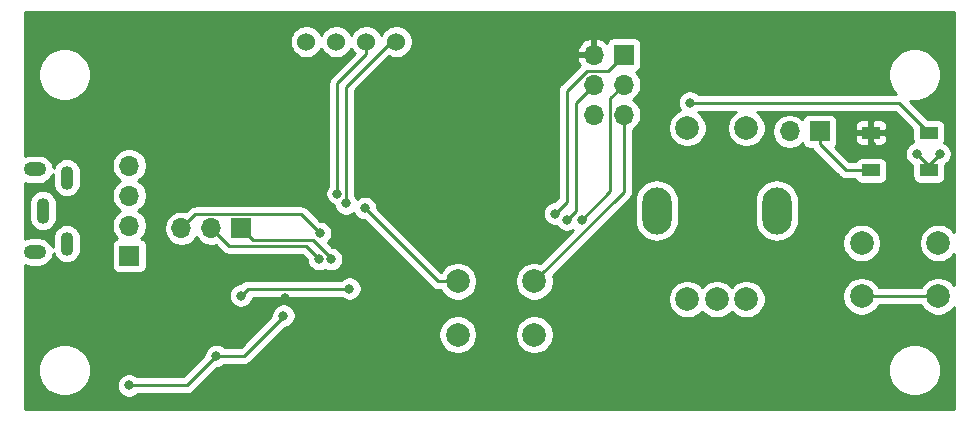
<source format=gbr>
G04 #@! TF.GenerationSoftware,KiCad,Pcbnew,(5.1.9)-1*
G04 #@! TF.CreationDate,2021-05-05T15:50:03+02:00*
G04 #@! TF.ProjectId,V0_Display,56305f44-6973-4706-9c61-792e6b696361,rev?*
G04 #@! TF.SameCoordinates,Original*
G04 #@! TF.FileFunction,Copper,L1,Top*
G04 #@! TF.FilePolarity,Positive*
%FSLAX46Y46*%
G04 Gerber Fmt 4.6, Leading zero omitted, Abs format (unit mm)*
G04 Created by KiCad (PCBNEW (5.1.9)-1) date 2021-05-05 15:50:03*
%MOMM*%
%LPD*%
G01*
G04 APERTURE LIST*
G04 #@! TA.AperFunction,ComponentPad*
%ADD10O,1.700000X1.700000*%
G04 #@! TD*
G04 #@! TA.AperFunction,ComponentPad*
%ADD11R,1.700000X1.700000*%
G04 #@! TD*
G04 #@! TA.AperFunction,ComponentPad*
%ADD12C,1.524000*%
G04 #@! TD*
G04 #@! TA.AperFunction,SMDPad,CuDef*
%ADD13R,1.500000X1.000000*%
G04 #@! TD*
G04 #@! TA.AperFunction,ComponentPad*
%ADD14O,2.500000X4.000000*%
G04 #@! TD*
G04 #@! TA.AperFunction,ComponentPad*
%ADD15C,2.000000*%
G04 #@! TD*
G04 #@! TA.AperFunction,ComponentPad*
%ADD16O,1.100000X2.200000*%
G04 #@! TD*
G04 #@! TA.AperFunction,ComponentPad*
%ADD17O,1.100000X2.000000*%
G04 #@! TD*
G04 #@! TA.AperFunction,ComponentPad*
%ADD18O,1.900000X1.200000*%
G04 #@! TD*
G04 #@! TA.AperFunction,ViaPad*
%ADD19C,0.800000*%
G04 #@! TD*
G04 #@! TA.AperFunction,Conductor*
%ADD20C,0.250000*%
G04 #@! TD*
G04 #@! TA.AperFunction,Conductor*
%ADD21C,0.254000*%
G04 #@! TD*
G04 #@! TA.AperFunction,Conductor*
%ADD22C,0.100000*%
G04 #@! TD*
G04 APERTURE END LIST*
D10*
X134006000Y-59022000D03*
X136546000Y-59022000D03*
X134006000Y-56482000D03*
X136546000Y-56482000D03*
X134006000Y-53942000D03*
D11*
X136546000Y-53942000D03*
D12*
X117280000Y-52850000D03*
X114740000Y-52850000D03*
X112200000Y-52850000D03*
X109660000Y-52850000D03*
D13*
X157470000Y-60550000D03*
X157470000Y-63750000D03*
X162370000Y-60550000D03*
X162370000Y-63750000D03*
D14*
X149500000Y-67150000D03*
X139340000Y-67150000D03*
D15*
X146920000Y-60150000D03*
X141920000Y-60150000D03*
X146920000Y-74650000D03*
X144420000Y-74650000D03*
X141920000Y-74650000D03*
X163170000Y-69900000D03*
X163170000Y-74400000D03*
X156670000Y-69900000D03*
X156670000Y-74400000D03*
X122475000Y-73145000D03*
X122475000Y-77645000D03*
X128975000Y-73145000D03*
X128975000Y-77645000D03*
D10*
X150575000Y-60445000D03*
D11*
X153115000Y-60445000D03*
D10*
X94670000Y-63340000D03*
X94670000Y-65880000D03*
X94670000Y-68420000D03*
D11*
X94670000Y-70960000D03*
D16*
X87350500Y-67150000D03*
D17*
X89382500Y-69944000D03*
D18*
X86682500Y-63650000D03*
X86682500Y-70650000D03*
D17*
X89382500Y-64356000D03*
D10*
X99090000Y-68650000D03*
X101630000Y-68650000D03*
D11*
X104170000Y-68650000D03*
D19*
X161370000Y-62350000D03*
X163275000Y-62350000D03*
X102050000Y-79450002D03*
X94650000Y-81950000D03*
X107720000Y-76050000D03*
X113020000Y-66550000D03*
X112294990Y-65715530D03*
X142134000Y-58006000D03*
X114620000Y-66950000D03*
X110820000Y-69050000D03*
X110720000Y-71250000D03*
X111735507Y-71259812D03*
X104120000Y-74350000D03*
X113305000Y-73754000D03*
X106760000Y-56000000D03*
X96320000Y-75950000D03*
X95220000Y-77250000D03*
X115120000Y-58550000D03*
X117220000Y-71250000D03*
X118120000Y-76750000D03*
X157520000Y-61650000D03*
X107844008Y-74516000D03*
X132990000Y-67912000D03*
X131720000Y-67912000D03*
X130704000Y-67404000D03*
D20*
X162370000Y-63750000D02*
X162370000Y-63350000D01*
X162370000Y-63350000D02*
X161370000Y-62350000D01*
X162370000Y-63750000D02*
X162370000Y-63255000D01*
X162370000Y-63255000D02*
X163275000Y-62350000D01*
X102050000Y-79450002D02*
X99550002Y-81950000D01*
X99550002Y-81950000D02*
X94650000Y-81950000D01*
X107720000Y-76150000D02*
X104419998Y-79450002D01*
X107720000Y-76050000D02*
X107720000Y-76150000D01*
X103149998Y-79450002D02*
X102050000Y-79450002D01*
X104419998Y-79450002D02*
X103149998Y-79450002D01*
X116820000Y-52850000D02*
X117280000Y-52850000D01*
X113020000Y-56650000D02*
X116820000Y-52850000D01*
X113020000Y-66550000D02*
X113020000Y-56650000D01*
X112294990Y-56375010D02*
X112294990Y-65715530D01*
X114740000Y-53930000D02*
X112294990Y-56375010D01*
X114740000Y-52850000D02*
X114740000Y-53930000D01*
X156670000Y-74400000D02*
X163170000Y-74400000D01*
X159826000Y-58006000D02*
X142134000Y-58006000D01*
X162370000Y-60550000D02*
X159826000Y-58006000D01*
X114620000Y-66950000D02*
X120815000Y-73145000D01*
X120815000Y-73145000D02*
X122475000Y-73145000D01*
X136546000Y-65574000D02*
X136546000Y-59022000D01*
X128975000Y-73145000D02*
X136546000Y-65574000D01*
X157370000Y-63650000D02*
X157470000Y-63750000D01*
X156470000Y-63750000D02*
X157470000Y-63750000D01*
X155320000Y-63750000D02*
X156470000Y-63750000D01*
X153115000Y-61545000D02*
X155320000Y-63750000D01*
X153115000Y-60445000D02*
X153115000Y-61545000D01*
X100265001Y-67474999D02*
X99090000Y-68650000D01*
X109244999Y-67474999D02*
X100265001Y-67474999D01*
X110820000Y-69050000D02*
X109244999Y-67474999D01*
X109620000Y-70150000D02*
X110720000Y-71250000D01*
X103130000Y-70150000D02*
X109620000Y-70150000D01*
X101630000Y-68650000D02*
X103130000Y-70150000D01*
X110220000Y-69650000D02*
X105170000Y-69650000D01*
X105170000Y-69650000D02*
X104170000Y-68650000D01*
X111735507Y-71165507D02*
X110220000Y-69650000D01*
X111735507Y-71259812D02*
X111735507Y-71165507D01*
X104716000Y-73754000D02*
X113305000Y-73754000D01*
X104120000Y-74350000D02*
X104716000Y-73754000D01*
X157470000Y-60550000D02*
X157470000Y-61600000D01*
X157470000Y-61600000D02*
X157520000Y-61650000D01*
X135370999Y-57657001D02*
X136546000Y-56482000D01*
X135370999Y-65531001D02*
X135370999Y-57657001D01*
X132990000Y-67912000D02*
X135370999Y-65531001D01*
X131720000Y-67912000D02*
X132482000Y-67150000D01*
X132482000Y-58006000D02*
X134006000Y-56482000D01*
X132482000Y-67150000D02*
X132482000Y-58006000D01*
X131720000Y-66388000D02*
X130704000Y-67404000D01*
X131720000Y-56990000D02*
X131720000Y-66388000D01*
X133403001Y-55306999D02*
X131720000Y-56990000D01*
X135181001Y-55306999D02*
X133403001Y-55306999D01*
X136546000Y-53942000D02*
X135181001Y-55306999D01*
D21*
X164510001Y-68962531D02*
X164439987Y-68857748D01*
X164212252Y-68630013D01*
X163944463Y-68451082D01*
X163646912Y-68327832D01*
X163331033Y-68265000D01*
X163008967Y-68265000D01*
X162693088Y-68327832D01*
X162395537Y-68451082D01*
X162127748Y-68630013D01*
X161900013Y-68857748D01*
X161721082Y-69125537D01*
X161597832Y-69423088D01*
X161535000Y-69738967D01*
X161535000Y-70061033D01*
X161597832Y-70376912D01*
X161721082Y-70674463D01*
X161900013Y-70942252D01*
X162127748Y-71169987D01*
X162395537Y-71348918D01*
X162693088Y-71472168D01*
X163008967Y-71535000D01*
X163331033Y-71535000D01*
X163646912Y-71472168D01*
X163944463Y-71348918D01*
X164212252Y-71169987D01*
X164439987Y-70942252D01*
X164510001Y-70837469D01*
X164510001Y-73462531D01*
X164439987Y-73357748D01*
X164212252Y-73130013D01*
X163944463Y-72951082D01*
X163646912Y-72827832D01*
X163331033Y-72765000D01*
X163008967Y-72765000D01*
X162693088Y-72827832D01*
X162395537Y-72951082D01*
X162127748Y-73130013D01*
X161900013Y-73357748D01*
X161721082Y-73625537D01*
X161715091Y-73640000D01*
X158124909Y-73640000D01*
X158118918Y-73625537D01*
X157939987Y-73357748D01*
X157712252Y-73130013D01*
X157444463Y-72951082D01*
X157146912Y-72827832D01*
X156831033Y-72765000D01*
X156508967Y-72765000D01*
X156193088Y-72827832D01*
X155895537Y-72951082D01*
X155627748Y-73130013D01*
X155400013Y-73357748D01*
X155221082Y-73625537D01*
X155097832Y-73923088D01*
X155035000Y-74238967D01*
X155035000Y-74561033D01*
X155097832Y-74876912D01*
X155221082Y-75174463D01*
X155400013Y-75442252D01*
X155627748Y-75669987D01*
X155895537Y-75848918D01*
X156193088Y-75972168D01*
X156508967Y-76035000D01*
X156831033Y-76035000D01*
X157146912Y-75972168D01*
X157444463Y-75848918D01*
X157712252Y-75669987D01*
X157939987Y-75442252D01*
X158118918Y-75174463D01*
X158124909Y-75160000D01*
X161715091Y-75160000D01*
X161721082Y-75174463D01*
X161900013Y-75442252D01*
X162127748Y-75669987D01*
X162395537Y-75848918D01*
X162693088Y-75972168D01*
X163008967Y-76035000D01*
X163331033Y-76035000D01*
X163646912Y-75972168D01*
X163944463Y-75848918D01*
X164212252Y-75669987D01*
X164439987Y-75442252D01*
X164510001Y-75337469D01*
X164510001Y-83990000D01*
X85830000Y-83990000D01*
X85830000Y-80429872D01*
X86935000Y-80429872D01*
X86935000Y-80870128D01*
X87020890Y-81301925D01*
X87189369Y-81708669D01*
X87433962Y-82074729D01*
X87745271Y-82386038D01*
X88111331Y-82630631D01*
X88518075Y-82799110D01*
X88949872Y-82885000D01*
X89390128Y-82885000D01*
X89821925Y-82799110D01*
X90228669Y-82630631D01*
X90594729Y-82386038D01*
X90906038Y-82074729D01*
X91057492Y-81848061D01*
X93615000Y-81848061D01*
X93615000Y-82051939D01*
X93654774Y-82251898D01*
X93732795Y-82440256D01*
X93846063Y-82609774D01*
X93990226Y-82753937D01*
X94159744Y-82867205D01*
X94348102Y-82945226D01*
X94548061Y-82985000D01*
X94751939Y-82985000D01*
X94951898Y-82945226D01*
X95140256Y-82867205D01*
X95309774Y-82753937D01*
X95353711Y-82710000D01*
X99512680Y-82710000D01*
X99550002Y-82713676D01*
X99587324Y-82710000D01*
X99587335Y-82710000D01*
X99698988Y-82699003D01*
X99842249Y-82655546D01*
X99974278Y-82584974D01*
X100090003Y-82490001D01*
X100113806Y-82460997D01*
X102089802Y-80485002D01*
X102151939Y-80485002D01*
X102351898Y-80445228D01*
X102388970Y-80429872D01*
X158935000Y-80429872D01*
X158935000Y-80870128D01*
X159020890Y-81301925D01*
X159189369Y-81708669D01*
X159433962Y-82074729D01*
X159745271Y-82386038D01*
X160111331Y-82630631D01*
X160518075Y-82799110D01*
X160949872Y-82885000D01*
X161390128Y-82885000D01*
X161821925Y-82799110D01*
X162228669Y-82630631D01*
X162594729Y-82386038D01*
X162906038Y-82074729D01*
X163150631Y-81708669D01*
X163319110Y-81301925D01*
X163405000Y-80870128D01*
X163405000Y-80429872D01*
X163319110Y-79998075D01*
X163150631Y-79591331D01*
X162906038Y-79225271D01*
X162594729Y-78913962D01*
X162228669Y-78669369D01*
X161821925Y-78500890D01*
X161390128Y-78415000D01*
X160949872Y-78415000D01*
X160518075Y-78500890D01*
X160111331Y-78669369D01*
X159745271Y-78913962D01*
X159433962Y-79225271D01*
X159189369Y-79591331D01*
X159020890Y-79998075D01*
X158935000Y-80429872D01*
X102388970Y-80429872D01*
X102540256Y-80367207D01*
X102709774Y-80253939D01*
X102753711Y-80210002D01*
X104382676Y-80210002D01*
X104419998Y-80213678D01*
X104457320Y-80210002D01*
X104457331Y-80210002D01*
X104568984Y-80199005D01*
X104712245Y-80155548D01*
X104844274Y-80084976D01*
X104959999Y-79990003D01*
X104983802Y-79960999D01*
X107460834Y-77483967D01*
X120840000Y-77483967D01*
X120840000Y-77806033D01*
X120902832Y-78121912D01*
X121026082Y-78419463D01*
X121205013Y-78687252D01*
X121432748Y-78914987D01*
X121700537Y-79093918D01*
X121998088Y-79217168D01*
X122313967Y-79280000D01*
X122636033Y-79280000D01*
X122951912Y-79217168D01*
X123249463Y-79093918D01*
X123517252Y-78914987D01*
X123744987Y-78687252D01*
X123923918Y-78419463D01*
X124047168Y-78121912D01*
X124110000Y-77806033D01*
X124110000Y-77483967D01*
X127340000Y-77483967D01*
X127340000Y-77806033D01*
X127402832Y-78121912D01*
X127526082Y-78419463D01*
X127705013Y-78687252D01*
X127932748Y-78914987D01*
X128200537Y-79093918D01*
X128498088Y-79217168D01*
X128813967Y-79280000D01*
X129136033Y-79280000D01*
X129451912Y-79217168D01*
X129749463Y-79093918D01*
X130017252Y-78914987D01*
X130244987Y-78687252D01*
X130423918Y-78419463D01*
X130547168Y-78121912D01*
X130610000Y-77806033D01*
X130610000Y-77483967D01*
X130547168Y-77168088D01*
X130423918Y-76870537D01*
X130244987Y-76602748D01*
X130017252Y-76375013D01*
X129749463Y-76196082D01*
X129451912Y-76072832D01*
X129136033Y-76010000D01*
X128813967Y-76010000D01*
X128498088Y-76072832D01*
X128200537Y-76196082D01*
X127932748Y-76375013D01*
X127705013Y-76602748D01*
X127526082Y-76870537D01*
X127402832Y-77168088D01*
X127340000Y-77483967D01*
X124110000Y-77483967D01*
X124047168Y-77168088D01*
X123923918Y-76870537D01*
X123744987Y-76602748D01*
X123517252Y-76375013D01*
X123249463Y-76196082D01*
X122951912Y-76072832D01*
X122636033Y-76010000D01*
X122313967Y-76010000D01*
X121998088Y-76072832D01*
X121700537Y-76196082D01*
X121432748Y-76375013D01*
X121205013Y-76602748D01*
X121026082Y-76870537D01*
X120902832Y-77168088D01*
X120840000Y-77483967D01*
X107460834Y-77483967D01*
X107869203Y-77075599D01*
X108021898Y-77045226D01*
X108210256Y-76967205D01*
X108379774Y-76853937D01*
X108523937Y-76709774D01*
X108637205Y-76540256D01*
X108715226Y-76351898D01*
X108755000Y-76151939D01*
X108755000Y-75948061D01*
X108715226Y-75748102D01*
X108637205Y-75559744D01*
X108523937Y-75390226D01*
X108379774Y-75246063D01*
X108210256Y-75132795D01*
X108021898Y-75054774D01*
X107821939Y-75015000D01*
X107618061Y-75015000D01*
X107418102Y-75054774D01*
X107229744Y-75132795D01*
X107060226Y-75246063D01*
X106916063Y-75390226D01*
X106802795Y-75559744D01*
X106724774Y-75748102D01*
X106685000Y-75948061D01*
X106685000Y-76110198D01*
X104105197Y-78690002D01*
X102753711Y-78690002D01*
X102709774Y-78646065D01*
X102540256Y-78532797D01*
X102351898Y-78454776D01*
X102151939Y-78415002D01*
X101948061Y-78415002D01*
X101748102Y-78454776D01*
X101559744Y-78532797D01*
X101390226Y-78646065D01*
X101246063Y-78790228D01*
X101132795Y-78959746D01*
X101054774Y-79148104D01*
X101015000Y-79348063D01*
X101015000Y-79410200D01*
X99235201Y-81190000D01*
X95353711Y-81190000D01*
X95309774Y-81146063D01*
X95140256Y-81032795D01*
X94951898Y-80954774D01*
X94751939Y-80915000D01*
X94548061Y-80915000D01*
X94348102Y-80954774D01*
X94159744Y-81032795D01*
X93990226Y-81146063D01*
X93846063Y-81290226D01*
X93732795Y-81459744D01*
X93654774Y-81648102D01*
X93615000Y-81848061D01*
X91057492Y-81848061D01*
X91150631Y-81708669D01*
X91319110Y-81301925D01*
X91405000Y-80870128D01*
X91405000Y-80429872D01*
X91319110Y-79998075D01*
X91150631Y-79591331D01*
X90906038Y-79225271D01*
X90594729Y-78913962D01*
X90228669Y-78669369D01*
X89821925Y-78500890D01*
X89390128Y-78415000D01*
X88949872Y-78415000D01*
X88518075Y-78500890D01*
X88111331Y-78669369D01*
X87745271Y-78913962D01*
X87433962Y-79225271D01*
X87189369Y-79591331D01*
X87020890Y-79998075D01*
X86935000Y-80429872D01*
X85830000Y-80429872D01*
X85830000Y-74248061D01*
X103085000Y-74248061D01*
X103085000Y-74451939D01*
X103124774Y-74651898D01*
X103202795Y-74840256D01*
X103316063Y-75009774D01*
X103460226Y-75153937D01*
X103629744Y-75267205D01*
X103818102Y-75345226D01*
X104018061Y-75385000D01*
X104221939Y-75385000D01*
X104421898Y-75345226D01*
X104610256Y-75267205D01*
X104779774Y-75153937D01*
X104923937Y-75009774D01*
X105037205Y-74840256D01*
X105115226Y-74651898D01*
X105142655Y-74514000D01*
X112601289Y-74514000D01*
X112645226Y-74557937D01*
X112814744Y-74671205D01*
X113003102Y-74749226D01*
X113203061Y-74789000D01*
X113406939Y-74789000D01*
X113606898Y-74749226D01*
X113795256Y-74671205D01*
X113964774Y-74557937D01*
X114108937Y-74413774D01*
X114222205Y-74244256D01*
X114300226Y-74055898D01*
X114340000Y-73855939D01*
X114340000Y-73652061D01*
X114300226Y-73452102D01*
X114222205Y-73263744D01*
X114108937Y-73094226D01*
X113964774Y-72950063D01*
X113795256Y-72836795D01*
X113606898Y-72758774D01*
X113406939Y-72719000D01*
X113203061Y-72719000D01*
X113003102Y-72758774D01*
X112814744Y-72836795D01*
X112645226Y-72950063D01*
X112601289Y-72994000D01*
X104753322Y-72994000D01*
X104715999Y-72990324D01*
X104678676Y-72994000D01*
X104678667Y-72994000D01*
X104567014Y-73004997D01*
X104423753Y-73048454D01*
X104291724Y-73119026D01*
X104175999Y-73213999D01*
X104152200Y-73242998D01*
X104080198Y-73315000D01*
X104018061Y-73315000D01*
X103818102Y-73354774D01*
X103629744Y-73432795D01*
X103460226Y-73546063D01*
X103316063Y-73690226D01*
X103202795Y-73859744D01*
X103124774Y-74048102D01*
X103085000Y-74248061D01*
X85830000Y-74248061D01*
X85830000Y-71781759D01*
X85857599Y-71796511D01*
X86090398Y-71867130D01*
X86271835Y-71885000D01*
X87093165Y-71885000D01*
X87274602Y-71867130D01*
X87507401Y-71796511D01*
X87721949Y-71681833D01*
X87910002Y-71527502D01*
X88064333Y-71339449D01*
X88179011Y-71124901D01*
X88249630Y-70892102D01*
X88260818Y-70778507D01*
X88282406Y-70849674D01*
X88392443Y-71055536D01*
X88540526Y-71235975D01*
X88720965Y-71384058D01*
X88926827Y-71494094D01*
X89150201Y-71561853D01*
X89382500Y-71584733D01*
X89614800Y-71561853D01*
X89838174Y-71494094D01*
X90044036Y-71384058D01*
X90224475Y-71235975D01*
X90372558Y-71055536D01*
X90482594Y-70849674D01*
X90550353Y-70626300D01*
X90567500Y-70452206D01*
X90567500Y-70110000D01*
X93181928Y-70110000D01*
X93181928Y-71810000D01*
X93194188Y-71934482D01*
X93230498Y-72054180D01*
X93289463Y-72164494D01*
X93368815Y-72261185D01*
X93465506Y-72340537D01*
X93575820Y-72399502D01*
X93695518Y-72435812D01*
X93820000Y-72448072D01*
X95520000Y-72448072D01*
X95644482Y-72435812D01*
X95764180Y-72399502D01*
X95874494Y-72340537D01*
X95971185Y-72261185D01*
X96050537Y-72164494D01*
X96109502Y-72054180D01*
X96145812Y-71934482D01*
X96158072Y-71810000D01*
X96158072Y-70110000D01*
X96145812Y-69985518D01*
X96109502Y-69865820D01*
X96050537Y-69755506D01*
X95971185Y-69658815D01*
X95874494Y-69579463D01*
X95764180Y-69520498D01*
X95691620Y-69498487D01*
X95823475Y-69366632D01*
X95985990Y-69123411D01*
X96097932Y-68853158D01*
X96155000Y-68566260D01*
X96155000Y-68503740D01*
X97605000Y-68503740D01*
X97605000Y-68796260D01*
X97662068Y-69083158D01*
X97774010Y-69353411D01*
X97936525Y-69596632D01*
X98143368Y-69803475D01*
X98386589Y-69965990D01*
X98656842Y-70077932D01*
X98943740Y-70135000D01*
X99236260Y-70135000D01*
X99523158Y-70077932D01*
X99793411Y-69965990D01*
X100036632Y-69803475D01*
X100243475Y-69596632D01*
X100360000Y-69422240D01*
X100476525Y-69596632D01*
X100683368Y-69803475D01*
X100926589Y-69965990D01*
X101196842Y-70077932D01*
X101483740Y-70135000D01*
X101776260Y-70135000D01*
X101996408Y-70091210D01*
X102566200Y-70661002D01*
X102589999Y-70690001D01*
X102705724Y-70784974D01*
X102837753Y-70855546D01*
X102981014Y-70899003D01*
X103092667Y-70910000D01*
X103092676Y-70910000D01*
X103129999Y-70913676D01*
X103167322Y-70910000D01*
X109305199Y-70910000D01*
X109685000Y-71289802D01*
X109685000Y-71351939D01*
X109724774Y-71551898D01*
X109802795Y-71740256D01*
X109916063Y-71909774D01*
X110060226Y-72053937D01*
X110229744Y-72167205D01*
X110418102Y-72245226D01*
X110618061Y-72285000D01*
X110821939Y-72285000D01*
X111021898Y-72245226D01*
X111210256Y-72167205D01*
X111220411Y-72160420D01*
X111245251Y-72177017D01*
X111433609Y-72255038D01*
X111633568Y-72294812D01*
X111837446Y-72294812D01*
X112037405Y-72255038D01*
X112225763Y-72177017D01*
X112395281Y-72063749D01*
X112539444Y-71919586D01*
X112652712Y-71750068D01*
X112730733Y-71561710D01*
X112770507Y-71361751D01*
X112770507Y-71157873D01*
X112730733Y-70957914D01*
X112652712Y-70769556D01*
X112539444Y-70600038D01*
X112395281Y-70455875D01*
X112225763Y-70342607D01*
X112037405Y-70264586D01*
X111877601Y-70232799D01*
X111489256Y-69844455D01*
X111623937Y-69709774D01*
X111737205Y-69540256D01*
X111815226Y-69351898D01*
X111855000Y-69151939D01*
X111855000Y-68948061D01*
X111815226Y-68748102D01*
X111737205Y-68559744D01*
X111623937Y-68390226D01*
X111479774Y-68246063D01*
X111310256Y-68132795D01*
X111121898Y-68054774D01*
X110921939Y-68015000D01*
X110859802Y-68015000D01*
X109808803Y-66964002D01*
X109785000Y-66934998D01*
X109669275Y-66840025D01*
X109537246Y-66769453D01*
X109393985Y-66725996D01*
X109282332Y-66714999D01*
X109282321Y-66714999D01*
X109244999Y-66711323D01*
X109207677Y-66714999D01*
X100302323Y-66714999D01*
X100265000Y-66711323D01*
X100227677Y-66714999D01*
X100227668Y-66714999D01*
X100116015Y-66725996D01*
X99972754Y-66769453D01*
X99840725Y-66840025D01*
X99725000Y-66934998D01*
X99701202Y-66963996D01*
X99456408Y-67208790D01*
X99236260Y-67165000D01*
X98943740Y-67165000D01*
X98656842Y-67222068D01*
X98386589Y-67334010D01*
X98143368Y-67496525D01*
X97936525Y-67703368D01*
X97774010Y-67946589D01*
X97662068Y-68216842D01*
X97605000Y-68503740D01*
X96155000Y-68503740D01*
X96155000Y-68273740D01*
X96097932Y-67986842D01*
X95985990Y-67716589D01*
X95823475Y-67473368D01*
X95616632Y-67266525D01*
X95442240Y-67150000D01*
X95616632Y-67033475D01*
X95823475Y-66826632D01*
X95985990Y-66583411D01*
X96097932Y-66313158D01*
X96155000Y-66026260D01*
X96155000Y-65733740D01*
X96097932Y-65446842D01*
X95985990Y-65176589D01*
X95823475Y-64933368D01*
X95616632Y-64726525D01*
X95442240Y-64610000D01*
X95616632Y-64493475D01*
X95823475Y-64286632D01*
X95985990Y-64043411D01*
X96097932Y-63773158D01*
X96155000Y-63486260D01*
X96155000Y-63193740D01*
X96097932Y-62906842D01*
X95985990Y-62636589D01*
X95823475Y-62393368D01*
X95616632Y-62186525D01*
X95373411Y-62024010D01*
X95103158Y-61912068D01*
X94816260Y-61855000D01*
X94523740Y-61855000D01*
X94236842Y-61912068D01*
X93966589Y-62024010D01*
X93723368Y-62186525D01*
X93516525Y-62393368D01*
X93354010Y-62636589D01*
X93242068Y-62906842D01*
X93185000Y-63193740D01*
X93185000Y-63486260D01*
X93242068Y-63773158D01*
X93354010Y-64043411D01*
X93516525Y-64286632D01*
X93723368Y-64493475D01*
X93897760Y-64610000D01*
X93723368Y-64726525D01*
X93516525Y-64933368D01*
X93354010Y-65176589D01*
X93242068Y-65446842D01*
X93185000Y-65733740D01*
X93185000Y-66026260D01*
X93242068Y-66313158D01*
X93354010Y-66583411D01*
X93516525Y-66826632D01*
X93723368Y-67033475D01*
X93897760Y-67150000D01*
X93723368Y-67266525D01*
X93516525Y-67473368D01*
X93354010Y-67716589D01*
X93242068Y-67986842D01*
X93185000Y-68273740D01*
X93185000Y-68566260D01*
X93242068Y-68853158D01*
X93354010Y-69123411D01*
X93516525Y-69366632D01*
X93648380Y-69498487D01*
X93575820Y-69520498D01*
X93465506Y-69579463D01*
X93368815Y-69658815D01*
X93289463Y-69755506D01*
X93230498Y-69865820D01*
X93194188Y-69985518D01*
X93181928Y-70110000D01*
X90567500Y-70110000D01*
X90567500Y-69435793D01*
X90550353Y-69261700D01*
X90482594Y-69038326D01*
X90372558Y-68832464D01*
X90224475Y-68652025D01*
X90044035Y-68503942D01*
X89838173Y-68393906D01*
X89614799Y-68326147D01*
X89382500Y-68303267D01*
X89150200Y-68326147D01*
X88926826Y-68393906D01*
X88720964Y-68503942D01*
X88540525Y-68652025D01*
X88392442Y-68832465D01*
X88282406Y-69038327D01*
X88214647Y-69261701D01*
X88197500Y-69435794D01*
X88197500Y-70236049D01*
X88179011Y-70175099D01*
X88064333Y-69960551D01*
X87910002Y-69772498D01*
X87721949Y-69618167D01*
X87507401Y-69503489D01*
X87274602Y-69432870D01*
X87093165Y-69415000D01*
X86271835Y-69415000D01*
X86090398Y-69432870D01*
X85857599Y-69503489D01*
X85830000Y-69518241D01*
X85830000Y-66541794D01*
X86165500Y-66541794D01*
X86165500Y-67758207D01*
X86182647Y-67932300D01*
X86250406Y-68155674D01*
X86360443Y-68361536D01*
X86508526Y-68541975D01*
X86688965Y-68690058D01*
X86894827Y-68800094D01*
X87118201Y-68867853D01*
X87350500Y-68890733D01*
X87582800Y-68867853D01*
X87806174Y-68800094D01*
X88012036Y-68690058D01*
X88192475Y-68541975D01*
X88340558Y-68361536D01*
X88450594Y-68155674D01*
X88518353Y-67932300D01*
X88535500Y-67758207D01*
X88535500Y-66541793D01*
X88518353Y-66367700D01*
X88450594Y-66144326D01*
X88340558Y-65938464D01*
X88192475Y-65758025D01*
X88012035Y-65609942D01*
X87806173Y-65499906D01*
X87582799Y-65432147D01*
X87350500Y-65409267D01*
X87118200Y-65432147D01*
X86894826Y-65499906D01*
X86688964Y-65609942D01*
X86508525Y-65758025D01*
X86360442Y-65938465D01*
X86250406Y-66144327D01*
X86182647Y-66367701D01*
X86165500Y-66541794D01*
X85830000Y-66541794D01*
X85830000Y-64781759D01*
X85857599Y-64796511D01*
X86090398Y-64867130D01*
X86271835Y-64885000D01*
X87093165Y-64885000D01*
X87274602Y-64867130D01*
X87507401Y-64796511D01*
X87721949Y-64681833D01*
X87910002Y-64527502D01*
X88064333Y-64339449D01*
X88179011Y-64124901D01*
X88197500Y-64063951D01*
X88197500Y-64864207D01*
X88214647Y-65038300D01*
X88282406Y-65261674D01*
X88392443Y-65467536D01*
X88540526Y-65647975D01*
X88720965Y-65796058D01*
X88926827Y-65906094D01*
X89150201Y-65973853D01*
X89382500Y-65996733D01*
X89614800Y-65973853D01*
X89838174Y-65906094D01*
X90044036Y-65796058D01*
X90224475Y-65647975D01*
X90372558Y-65467536D01*
X90482594Y-65261674D01*
X90550353Y-65038300D01*
X90567500Y-64864206D01*
X90567500Y-63847793D01*
X90550353Y-63673700D01*
X90482594Y-63450326D01*
X90372558Y-63244464D01*
X90224475Y-63064025D01*
X90044035Y-62915942D01*
X89838173Y-62805906D01*
X89614799Y-62738147D01*
X89382500Y-62715267D01*
X89150200Y-62738147D01*
X88926826Y-62805906D01*
X88720964Y-62915942D01*
X88540525Y-63064025D01*
X88392442Y-63244465D01*
X88282406Y-63450327D01*
X88260818Y-63521493D01*
X88249630Y-63407898D01*
X88179011Y-63175099D01*
X88064333Y-62960551D01*
X87910002Y-62772498D01*
X87721949Y-62618167D01*
X87507401Y-62503489D01*
X87274602Y-62432870D01*
X87093165Y-62415000D01*
X86271835Y-62415000D01*
X86090398Y-62432870D01*
X85857599Y-62503489D01*
X85830000Y-62518241D01*
X85830000Y-55429872D01*
X86935000Y-55429872D01*
X86935000Y-55870128D01*
X87020890Y-56301925D01*
X87189369Y-56708669D01*
X87433962Y-57074729D01*
X87745271Y-57386038D01*
X88111331Y-57630631D01*
X88518075Y-57799110D01*
X88949872Y-57885000D01*
X89390128Y-57885000D01*
X89821925Y-57799110D01*
X90228669Y-57630631D01*
X90594729Y-57386038D01*
X90906038Y-57074729D01*
X91150631Y-56708669D01*
X91319110Y-56301925D01*
X91405000Y-55870128D01*
X91405000Y-55429872D01*
X91319110Y-54998075D01*
X91150631Y-54591331D01*
X90906038Y-54225271D01*
X90594729Y-53913962D01*
X90228669Y-53669369D01*
X89821925Y-53500890D01*
X89390128Y-53415000D01*
X88949872Y-53415000D01*
X88518075Y-53500890D01*
X88111331Y-53669369D01*
X87745271Y-53913962D01*
X87433962Y-54225271D01*
X87189369Y-54591331D01*
X87020890Y-54998075D01*
X86935000Y-55429872D01*
X85830000Y-55429872D01*
X85830000Y-52712408D01*
X108263000Y-52712408D01*
X108263000Y-52987592D01*
X108316686Y-53257490D01*
X108421995Y-53511727D01*
X108574880Y-53740535D01*
X108769465Y-53935120D01*
X108998273Y-54088005D01*
X109252510Y-54193314D01*
X109522408Y-54247000D01*
X109797592Y-54247000D01*
X110067490Y-54193314D01*
X110321727Y-54088005D01*
X110550535Y-53935120D01*
X110745120Y-53740535D01*
X110898005Y-53511727D01*
X110930000Y-53434485D01*
X110961995Y-53511727D01*
X111114880Y-53740535D01*
X111309465Y-53935120D01*
X111538273Y-54088005D01*
X111792510Y-54193314D01*
X112062408Y-54247000D01*
X112337592Y-54247000D01*
X112607490Y-54193314D01*
X112861727Y-54088005D01*
X113090535Y-53935120D01*
X113285120Y-53740535D01*
X113438005Y-53511727D01*
X113470000Y-53434485D01*
X113501995Y-53511727D01*
X113654880Y-53740535D01*
X113754772Y-53840427D01*
X111783993Y-55811206D01*
X111754989Y-55835009D01*
X111712877Y-55886323D01*
X111660016Y-55950734D01*
X111626977Y-56012545D01*
X111589444Y-56082764D01*
X111545987Y-56226025D01*
X111534990Y-56337678D01*
X111534990Y-56337688D01*
X111531314Y-56375010D01*
X111534990Y-56412332D01*
X111534991Y-65011818D01*
X111491053Y-65055756D01*
X111377785Y-65225274D01*
X111299764Y-65413632D01*
X111259990Y-65613591D01*
X111259990Y-65817469D01*
X111299764Y-66017428D01*
X111377785Y-66205786D01*
X111491053Y-66375304D01*
X111635216Y-66519467D01*
X111804734Y-66632735D01*
X111993092Y-66710756D01*
X111996848Y-66711503D01*
X112024774Y-66851898D01*
X112102795Y-67040256D01*
X112216063Y-67209774D01*
X112360226Y-67353937D01*
X112529744Y-67467205D01*
X112718102Y-67545226D01*
X112918061Y-67585000D01*
X113121939Y-67585000D01*
X113321898Y-67545226D01*
X113510256Y-67467205D01*
X113669801Y-67360601D01*
X113702795Y-67440256D01*
X113816063Y-67609774D01*
X113960226Y-67753937D01*
X114129744Y-67867205D01*
X114318102Y-67945226D01*
X114518061Y-67985000D01*
X114580199Y-67985000D01*
X120251201Y-73656003D01*
X120274999Y-73685001D01*
X120303997Y-73708799D01*
X120390723Y-73779974D01*
X120522753Y-73850546D01*
X120666014Y-73894003D01*
X120777667Y-73905000D01*
X120777677Y-73905000D01*
X120814999Y-73908676D01*
X120852322Y-73905000D01*
X121020091Y-73905000D01*
X121026082Y-73919463D01*
X121205013Y-74187252D01*
X121432748Y-74414987D01*
X121700537Y-74593918D01*
X121998088Y-74717168D01*
X122313967Y-74780000D01*
X122636033Y-74780000D01*
X122951912Y-74717168D01*
X123249463Y-74593918D01*
X123517252Y-74414987D01*
X123744987Y-74187252D01*
X123923918Y-73919463D01*
X124047168Y-73621912D01*
X124110000Y-73306033D01*
X124110000Y-72983967D01*
X127340000Y-72983967D01*
X127340000Y-73306033D01*
X127402832Y-73621912D01*
X127526082Y-73919463D01*
X127705013Y-74187252D01*
X127932748Y-74414987D01*
X128200537Y-74593918D01*
X128498088Y-74717168D01*
X128813967Y-74780000D01*
X129136033Y-74780000D01*
X129451912Y-74717168D01*
X129749463Y-74593918D01*
X129906533Y-74488967D01*
X140285000Y-74488967D01*
X140285000Y-74811033D01*
X140347832Y-75126912D01*
X140471082Y-75424463D01*
X140650013Y-75692252D01*
X140877748Y-75919987D01*
X141145537Y-76098918D01*
X141443088Y-76222168D01*
X141758967Y-76285000D01*
X142081033Y-76285000D01*
X142396912Y-76222168D01*
X142694463Y-76098918D01*
X142962252Y-75919987D01*
X143170000Y-75712239D01*
X143377748Y-75919987D01*
X143645537Y-76098918D01*
X143943088Y-76222168D01*
X144258967Y-76285000D01*
X144581033Y-76285000D01*
X144896912Y-76222168D01*
X145194463Y-76098918D01*
X145462252Y-75919987D01*
X145670000Y-75712239D01*
X145877748Y-75919987D01*
X146145537Y-76098918D01*
X146443088Y-76222168D01*
X146758967Y-76285000D01*
X147081033Y-76285000D01*
X147396912Y-76222168D01*
X147694463Y-76098918D01*
X147962252Y-75919987D01*
X148189987Y-75692252D01*
X148368918Y-75424463D01*
X148492168Y-75126912D01*
X148555000Y-74811033D01*
X148555000Y-74488967D01*
X148492168Y-74173088D01*
X148368918Y-73875537D01*
X148189987Y-73607748D01*
X147962252Y-73380013D01*
X147694463Y-73201082D01*
X147396912Y-73077832D01*
X147081033Y-73015000D01*
X146758967Y-73015000D01*
X146443088Y-73077832D01*
X146145537Y-73201082D01*
X145877748Y-73380013D01*
X145670000Y-73587761D01*
X145462252Y-73380013D01*
X145194463Y-73201082D01*
X144896912Y-73077832D01*
X144581033Y-73015000D01*
X144258967Y-73015000D01*
X143943088Y-73077832D01*
X143645537Y-73201082D01*
X143377748Y-73380013D01*
X143170000Y-73587761D01*
X142962252Y-73380013D01*
X142694463Y-73201082D01*
X142396912Y-73077832D01*
X142081033Y-73015000D01*
X141758967Y-73015000D01*
X141443088Y-73077832D01*
X141145537Y-73201082D01*
X140877748Y-73380013D01*
X140650013Y-73607748D01*
X140471082Y-73875537D01*
X140347832Y-74173088D01*
X140285000Y-74488967D01*
X129906533Y-74488967D01*
X130017252Y-74414987D01*
X130244987Y-74187252D01*
X130423918Y-73919463D01*
X130547168Y-73621912D01*
X130610000Y-73306033D01*
X130610000Y-72983967D01*
X130547168Y-72668088D01*
X130541177Y-72653624D01*
X136887397Y-66307404D01*
X137455000Y-66307404D01*
X137455000Y-67992597D01*
X137482275Y-68269524D01*
X137590062Y-68624848D01*
X137765098Y-68952317D01*
X138000656Y-69239345D01*
X138287684Y-69474903D01*
X138615153Y-69649939D01*
X138970477Y-69757725D01*
X139340000Y-69794120D01*
X139709524Y-69757725D01*
X140064848Y-69649939D01*
X140392317Y-69474903D01*
X140679345Y-69239345D01*
X140914903Y-68952317D01*
X141089939Y-68624848D01*
X141197725Y-68269524D01*
X141225000Y-67992597D01*
X141225000Y-66307403D01*
X147615000Y-66307403D01*
X147615000Y-67992596D01*
X147642275Y-68269523D01*
X147750061Y-68624847D01*
X147925097Y-68952317D01*
X148160655Y-69239345D01*
X148447683Y-69474903D01*
X148775152Y-69649939D01*
X149130476Y-69757725D01*
X149500000Y-69794120D01*
X149869523Y-69757725D01*
X149931360Y-69738967D01*
X155035000Y-69738967D01*
X155035000Y-70061033D01*
X155097832Y-70376912D01*
X155221082Y-70674463D01*
X155400013Y-70942252D01*
X155627748Y-71169987D01*
X155895537Y-71348918D01*
X156193088Y-71472168D01*
X156508967Y-71535000D01*
X156831033Y-71535000D01*
X157146912Y-71472168D01*
X157444463Y-71348918D01*
X157712252Y-71169987D01*
X157939987Y-70942252D01*
X158118918Y-70674463D01*
X158242168Y-70376912D01*
X158305000Y-70061033D01*
X158305000Y-69738967D01*
X158242168Y-69423088D01*
X158118918Y-69125537D01*
X157939987Y-68857748D01*
X157712252Y-68630013D01*
X157444463Y-68451082D01*
X157146912Y-68327832D01*
X156831033Y-68265000D01*
X156508967Y-68265000D01*
X156193088Y-68327832D01*
X155895537Y-68451082D01*
X155627748Y-68630013D01*
X155400013Y-68857748D01*
X155221082Y-69125537D01*
X155097832Y-69423088D01*
X155035000Y-69738967D01*
X149931360Y-69738967D01*
X150224847Y-69649939D01*
X150552317Y-69474903D01*
X150839345Y-69239345D01*
X151074903Y-68952317D01*
X151249939Y-68624848D01*
X151357725Y-68269524D01*
X151385000Y-67992597D01*
X151385000Y-66307403D01*
X151357725Y-66030476D01*
X151249939Y-65675152D01*
X151074903Y-65347683D01*
X150839345Y-65060655D01*
X150552317Y-64825097D01*
X150224848Y-64650061D01*
X149869524Y-64542275D01*
X149500000Y-64505880D01*
X149130477Y-64542275D01*
X148775153Y-64650061D01*
X148447684Y-64825097D01*
X148160656Y-65060655D01*
X147925098Y-65347683D01*
X147750062Y-65675152D01*
X147642275Y-66030476D01*
X147615000Y-66307403D01*
X141225000Y-66307403D01*
X141197725Y-66030476D01*
X141089939Y-65675152D01*
X140914903Y-65347683D01*
X140679345Y-65060655D01*
X140392317Y-64825097D01*
X140064847Y-64650061D01*
X139709523Y-64542275D01*
X139340000Y-64505880D01*
X138970476Y-64542275D01*
X138615152Y-64650061D01*
X138287683Y-64825097D01*
X138000655Y-65060655D01*
X137765097Y-65347683D01*
X137590061Y-65675153D01*
X137482275Y-66030477D01*
X137455000Y-66307404D01*
X136887397Y-66307404D01*
X137057004Y-66137798D01*
X137086001Y-66114001D01*
X137130529Y-66059744D01*
X137180974Y-65998277D01*
X137251546Y-65866247D01*
X137264589Y-65823248D01*
X137295003Y-65722986D01*
X137306000Y-65611333D01*
X137306000Y-65611323D01*
X137309676Y-65574000D01*
X137306000Y-65536677D01*
X137306000Y-60300178D01*
X137492632Y-60175475D01*
X137679140Y-59988967D01*
X140285000Y-59988967D01*
X140285000Y-60311033D01*
X140347832Y-60626912D01*
X140471082Y-60924463D01*
X140650013Y-61192252D01*
X140877748Y-61419987D01*
X141145537Y-61598918D01*
X141443088Y-61722168D01*
X141758967Y-61785000D01*
X142081033Y-61785000D01*
X142396912Y-61722168D01*
X142694463Y-61598918D01*
X142962252Y-61419987D01*
X143189987Y-61192252D01*
X143368918Y-60924463D01*
X143492168Y-60626912D01*
X143555000Y-60311033D01*
X143555000Y-59988967D01*
X143492168Y-59673088D01*
X143368918Y-59375537D01*
X143189987Y-59107748D01*
X142962252Y-58880013D01*
X142819249Y-58784462D01*
X142837711Y-58766000D01*
X146048380Y-58766000D01*
X145877748Y-58880013D01*
X145650013Y-59107748D01*
X145471082Y-59375537D01*
X145347832Y-59673088D01*
X145285000Y-59988967D01*
X145285000Y-60311033D01*
X145347832Y-60626912D01*
X145471082Y-60924463D01*
X145650013Y-61192252D01*
X145877748Y-61419987D01*
X146145537Y-61598918D01*
X146443088Y-61722168D01*
X146758967Y-61785000D01*
X147081033Y-61785000D01*
X147396912Y-61722168D01*
X147694463Y-61598918D01*
X147962252Y-61419987D01*
X148189987Y-61192252D01*
X148368918Y-60924463D01*
X148492168Y-60626912D01*
X148555000Y-60311033D01*
X148555000Y-60298740D01*
X149090000Y-60298740D01*
X149090000Y-60591260D01*
X149147068Y-60878158D01*
X149259010Y-61148411D01*
X149421525Y-61391632D01*
X149628368Y-61598475D01*
X149871589Y-61760990D01*
X150141842Y-61872932D01*
X150428740Y-61930000D01*
X150721260Y-61930000D01*
X151008158Y-61872932D01*
X151278411Y-61760990D01*
X151521632Y-61598475D01*
X151653487Y-61466620D01*
X151675498Y-61539180D01*
X151734463Y-61649494D01*
X151813815Y-61746185D01*
X151910506Y-61825537D01*
X152020820Y-61884502D01*
X152140518Y-61920812D01*
X152265000Y-61933072D01*
X152460674Y-61933072D01*
X152480026Y-61969276D01*
X152524946Y-62024010D01*
X152575000Y-62085001D01*
X152603998Y-62108799D01*
X154756201Y-64261003D01*
X154779999Y-64290001D01*
X154808997Y-64313799D01*
X154895723Y-64384974D01*
X155021246Y-64452068D01*
X155027753Y-64455546D01*
X155171014Y-64499003D01*
X155282667Y-64510000D01*
X155282677Y-64510000D01*
X155320000Y-64513676D01*
X155357323Y-64510000D01*
X156138954Y-64510000D01*
X156189463Y-64604494D01*
X156268815Y-64701185D01*
X156365506Y-64780537D01*
X156475820Y-64839502D01*
X156595518Y-64875812D01*
X156720000Y-64888072D01*
X158220000Y-64888072D01*
X158344482Y-64875812D01*
X158464180Y-64839502D01*
X158574494Y-64780537D01*
X158671185Y-64701185D01*
X158750537Y-64604494D01*
X158809502Y-64494180D01*
X158845812Y-64374482D01*
X158858072Y-64250000D01*
X158858072Y-63250000D01*
X158845812Y-63125518D01*
X158809502Y-63005820D01*
X158750537Y-62895506D01*
X158671185Y-62798815D01*
X158574494Y-62719463D01*
X158464180Y-62660498D01*
X158344482Y-62624188D01*
X158220000Y-62611928D01*
X156720000Y-62611928D01*
X156595518Y-62624188D01*
X156475820Y-62660498D01*
X156365506Y-62719463D01*
X156268815Y-62798815D01*
X156189463Y-62895506D01*
X156138954Y-62990000D01*
X155634802Y-62990000D01*
X154402345Y-61757543D01*
X154416185Y-61746185D01*
X154495537Y-61649494D01*
X154554502Y-61539180D01*
X154590812Y-61419482D01*
X154603072Y-61295000D01*
X154603072Y-61050000D01*
X156081928Y-61050000D01*
X156094188Y-61174482D01*
X156130498Y-61294180D01*
X156189463Y-61404494D01*
X156268815Y-61501185D01*
X156365506Y-61580537D01*
X156475820Y-61639502D01*
X156595518Y-61675812D01*
X156720000Y-61688072D01*
X157184250Y-61685000D01*
X157343000Y-61526250D01*
X157343000Y-60677000D01*
X157597000Y-60677000D01*
X157597000Y-61526250D01*
X157755750Y-61685000D01*
X158220000Y-61688072D01*
X158344482Y-61675812D01*
X158464180Y-61639502D01*
X158574494Y-61580537D01*
X158671185Y-61501185D01*
X158750537Y-61404494D01*
X158809502Y-61294180D01*
X158845812Y-61174482D01*
X158858072Y-61050000D01*
X158855000Y-60835750D01*
X158696250Y-60677000D01*
X157597000Y-60677000D01*
X157343000Y-60677000D01*
X156243750Y-60677000D01*
X156085000Y-60835750D01*
X156081928Y-61050000D01*
X154603072Y-61050000D01*
X154603072Y-60050000D01*
X156081928Y-60050000D01*
X156085000Y-60264250D01*
X156243750Y-60423000D01*
X157343000Y-60423000D01*
X157343000Y-59573750D01*
X157597000Y-59573750D01*
X157597000Y-60423000D01*
X158696250Y-60423000D01*
X158855000Y-60264250D01*
X158858072Y-60050000D01*
X158845812Y-59925518D01*
X158809502Y-59805820D01*
X158750537Y-59695506D01*
X158671185Y-59598815D01*
X158574494Y-59519463D01*
X158464180Y-59460498D01*
X158344482Y-59424188D01*
X158220000Y-59411928D01*
X157755750Y-59415000D01*
X157597000Y-59573750D01*
X157343000Y-59573750D01*
X157184250Y-59415000D01*
X156720000Y-59411928D01*
X156595518Y-59424188D01*
X156475820Y-59460498D01*
X156365506Y-59519463D01*
X156268815Y-59598815D01*
X156189463Y-59695506D01*
X156130498Y-59805820D01*
X156094188Y-59925518D01*
X156081928Y-60050000D01*
X154603072Y-60050000D01*
X154603072Y-59595000D01*
X154590812Y-59470518D01*
X154554502Y-59350820D01*
X154495537Y-59240506D01*
X154416185Y-59143815D01*
X154319494Y-59064463D01*
X154209180Y-59005498D01*
X154089482Y-58969188D01*
X153965000Y-58956928D01*
X152265000Y-58956928D01*
X152140518Y-58969188D01*
X152020820Y-59005498D01*
X151910506Y-59064463D01*
X151813815Y-59143815D01*
X151734463Y-59240506D01*
X151675498Y-59350820D01*
X151653487Y-59423380D01*
X151521632Y-59291525D01*
X151278411Y-59129010D01*
X151008158Y-59017068D01*
X150721260Y-58960000D01*
X150428740Y-58960000D01*
X150141842Y-59017068D01*
X149871589Y-59129010D01*
X149628368Y-59291525D01*
X149421525Y-59498368D01*
X149259010Y-59741589D01*
X149147068Y-60011842D01*
X149090000Y-60298740D01*
X148555000Y-60298740D01*
X148555000Y-59988967D01*
X148492168Y-59673088D01*
X148368918Y-59375537D01*
X148189987Y-59107748D01*
X147962252Y-58880013D01*
X147791620Y-58766000D01*
X159511199Y-58766000D01*
X160981928Y-60236730D01*
X160981928Y-61050000D01*
X160994188Y-61174482D01*
X161030498Y-61294180D01*
X161063832Y-61356543D01*
X160879744Y-61432795D01*
X160710226Y-61546063D01*
X160566063Y-61690226D01*
X160452795Y-61859744D01*
X160374774Y-62048102D01*
X160335000Y-62248061D01*
X160335000Y-62451939D01*
X160374774Y-62651898D01*
X160452795Y-62840256D01*
X160566063Y-63009774D01*
X160710226Y-63153937D01*
X160879744Y-63267205D01*
X160981928Y-63309531D01*
X160981928Y-64250000D01*
X160994188Y-64374482D01*
X161030498Y-64494180D01*
X161089463Y-64604494D01*
X161168815Y-64701185D01*
X161265506Y-64780537D01*
X161375820Y-64839502D01*
X161495518Y-64875812D01*
X161620000Y-64888072D01*
X163120000Y-64888072D01*
X163244482Y-64875812D01*
X163364180Y-64839502D01*
X163474494Y-64780537D01*
X163571185Y-64701185D01*
X163650537Y-64604494D01*
X163709502Y-64494180D01*
X163745812Y-64374482D01*
X163758072Y-64250000D01*
X163758072Y-63270181D01*
X163765256Y-63267205D01*
X163934774Y-63153937D01*
X164078937Y-63009774D01*
X164192205Y-62840256D01*
X164270226Y-62651898D01*
X164310000Y-62451939D01*
X164310000Y-62248061D01*
X164270226Y-62048102D01*
X164192205Y-61859744D01*
X164078937Y-61690226D01*
X163934774Y-61546063D01*
X163765256Y-61432795D01*
X163658947Y-61388760D01*
X163709502Y-61294180D01*
X163745812Y-61174482D01*
X163758072Y-61050000D01*
X163758072Y-60050000D01*
X163745812Y-59925518D01*
X163709502Y-59805820D01*
X163650537Y-59695506D01*
X163571185Y-59598815D01*
X163474494Y-59519463D01*
X163364180Y-59460498D01*
X163244482Y-59424188D01*
X163120000Y-59411928D01*
X162306730Y-59411928D01*
X160737572Y-57842771D01*
X160949872Y-57885000D01*
X161390128Y-57885000D01*
X161821925Y-57799110D01*
X162228669Y-57630631D01*
X162594729Y-57386038D01*
X162906038Y-57074729D01*
X163150631Y-56708669D01*
X163319110Y-56301925D01*
X163405000Y-55870128D01*
X163405000Y-55429872D01*
X163319110Y-54998075D01*
X163150631Y-54591331D01*
X162906038Y-54225271D01*
X162594729Y-53913962D01*
X162228669Y-53669369D01*
X161821925Y-53500890D01*
X161390128Y-53415000D01*
X160949872Y-53415000D01*
X160518075Y-53500890D01*
X160111331Y-53669369D01*
X159745271Y-53913962D01*
X159433962Y-54225271D01*
X159189369Y-54591331D01*
X159020890Y-54998075D01*
X158935000Y-55429872D01*
X158935000Y-55870128D01*
X159020890Y-56301925D01*
X159189369Y-56708669D01*
X159433962Y-57074729D01*
X159605233Y-57246000D01*
X142837711Y-57246000D01*
X142793774Y-57202063D01*
X142624256Y-57088795D01*
X142435898Y-57010774D01*
X142235939Y-56971000D01*
X142032061Y-56971000D01*
X141832102Y-57010774D01*
X141643744Y-57088795D01*
X141474226Y-57202063D01*
X141330063Y-57346226D01*
X141216795Y-57515744D01*
X141138774Y-57704102D01*
X141099000Y-57904061D01*
X141099000Y-58107939D01*
X141138774Y-58307898D01*
X141216795Y-58496256D01*
X141308541Y-58633563D01*
X141145537Y-58701082D01*
X140877748Y-58880013D01*
X140650013Y-59107748D01*
X140471082Y-59375537D01*
X140347832Y-59673088D01*
X140285000Y-59988967D01*
X137679140Y-59988967D01*
X137699475Y-59968632D01*
X137861990Y-59725411D01*
X137973932Y-59455158D01*
X138031000Y-59168260D01*
X138031000Y-58875740D01*
X137973932Y-58588842D01*
X137861990Y-58318589D01*
X137699475Y-58075368D01*
X137492632Y-57868525D01*
X137318240Y-57752000D01*
X137492632Y-57635475D01*
X137699475Y-57428632D01*
X137861990Y-57185411D01*
X137973932Y-56915158D01*
X138031000Y-56628260D01*
X138031000Y-56335740D01*
X137973932Y-56048842D01*
X137861990Y-55778589D01*
X137699475Y-55535368D01*
X137567620Y-55403513D01*
X137640180Y-55381502D01*
X137750494Y-55322537D01*
X137847185Y-55243185D01*
X137926537Y-55146494D01*
X137985502Y-55036180D01*
X138021812Y-54916482D01*
X138034072Y-54792000D01*
X138034072Y-53092000D01*
X138021812Y-52967518D01*
X137985502Y-52847820D01*
X137926537Y-52737506D01*
X137847185Y-52640815D01*
X137750494Y-52561463D01*
X137640180Y-52502498D01*
X137520482Y-52466188D01*
X137396000Y-52453928D01*
X135696000Y-52453928D01*
X135571518Y-52466188D01*
X135451820Y-52502498D01*
X135341506Y-52561463D01*
X135244815Y-52640815D01*
X135165463Y-52737506D01*
X135106498Y-52847820D01*
X135083502Y-52923626D01*
X134887355Y-52746822D01*
X134637252Y-52597843D01*
X134362891Y-52500519D01*
X134133000Y-52621186D01*
X134133000Y-53815000D01*
X134153000Y-53815000D01*
X134153000Y-54069000D01*
X134133000Y-54069000D01*
X134133000Y-54089000D01*
X133879000Y-54089000D01*
X133879000Y-54069000D01*
X132685845Y-54069000D01*
X132564524Y-54298890D01*
X132609175Y-54446099D01*
X132734359Y-54708920D01*
X132816352Y-54818846D01*
X131209003Y-56426196D01*
X131179999Y-56449999D01*
X131138132Y-56501015D01*
X131085026Y-56565724D01*
X131051600Y-56628260D01*
X131014454Y-56697754D01*
X130970997Y-56841015D01*
X130960000Y-56952668D01*
X130960000Y-56952678D01*
X130956324Y-56990000D01*
X130960000Y-57027322D01*
X130960001Y-66073197D01*
X130664199Y-66369000D01*
X130602061Y-66369000D01*
X130402102Y-66408774D01*
X130213744Y-66486795D01*
X130044226Y-66600063D01*
X129900063Y-66744226D01*
X129786795Y-66913744D01*
X129708774Y-67102102D01*
X129669000Y-67302061D01*
X129669000Y-67505939D01*
X129708774Y-67705898D01*
X129786795Y-67894256D01*
X129900063Y-68063774D01*
X130044226Y-68207937D01*
X130213744Y-68321205D01*
X130402102Y-68399226D01*
X130602061Y-68439000D01*
X130805939Y-68439000D01*
X130824835Y-68435241D01*
X130916063Y-68571774D01*
X131060226Y-68715937D01*
X131229744Y-68829205D01*
X131418102Y-68907226D01*
X131618061Y-68947000D01*
X131821939Y-68947000D01*
X132021898Y-68907226D01*
X132210256Y-68829205D01*
X132227547Y-68817652D01*
X129466376Y-71578823D01*
X129451912Y-71572832D01*
X129136033Y-71510000D01*
X128813967Y-71510000D01*
X128498088Y-71572832D01*
X128200537Y-71696082D01*
X127932748Y-71875013D01*
X127705013Y-72102748D01*
X127526082Y-72370537D01*
X127402832Y-72668088D01*
X127340000Y-72983967D01*
X124110000Y-72983967D01*
X124047168Y-72668088D01*
X123923918Y-72370537D01*
X123744987Y-72102748D01*
X123517252Y-71875013D01*
X123249463Y-71696082D01*
X122951912Y-71572832D01*
X122636033Y-71510000D01*
X122313967Y-71510000D01*
X121998088Y-71572832D01*
X121700537Y-71696082D01*
X121432748Y-71875013D01*
X121205013Y-72102748D01*
X121061833Y-72317031D01*
X115655000Y-66910199D01*
X115655000Y-66848061D01*
X115615226Y-66648102D01*
X115537205Y-66459744D01*
X115423937Y-66290226D01*
X115279774Y-66146063D01*
X115110256Y-66032795D01*
X114921898Y-65954774D01*
X114721939Y-65915000D01*
X114518061Y-65915000D01*
X114318102Y-65954774D01*
X114129744Y-66032795D01*
X113970199Y-66139399D01*
X113937205Y-66059744D01*
X113823937Y-65890226D01*
X113780000Y-65846289D01*
X113780000Y-56964801D01*
X116645513Y-54099288D01*
X116872510Y-54193314D01*
X117142408Y-54247000D01*
X117417592Y-54247000D01*
X117687490Y-54193314D01*
X117941727Y-54088005D01*
X118170535Y-53935120D01*
X118365120Y-53740535D01*
X118468971Y-53585110D01*
X132564524Y-53585110D01*
X132685845Y-53815000D01*
X133879000Y-53815000D01*
X133879000Y-52621186D01*
X133649109Y-52500519D01*
X133374748Y-52597843D01*
X133124645Y-52746822D01*
X132908412Y-52941731D01*
X132734359Y-53175080D01*
X132609175Y-53437901D01*
X132564524Y-53585110D01*
X118468971Y-53585110D01*
X118518005Y-53511727D01*
X118623314Y-53257490D01*
X118677000Y-52987592D01*
X118677000Y-52712408D01*
X118623314Y-52442510D01*
X118518005Y-52188273D01*
X118365120Y-51959465D01*
X118170535Y-51764880D01*
X117941727Y-51611995D01*
X117687490Y-51506686D01*
X117417592Y-51453000D01*
X117142408Y-51453000D01*
X116872510Y-51506686D01*
X116618273Y-51611995D01*
X116389465Y-51764880D01*
X116194880Y-51959465D01*
X116041995Y-52188273D01*
X116010000Y-52265515D01*
X115978005Y-52188273D01*
X115825120Y-51959465D01*
X115630535Y-51764880D01*
X115401727Y-51611995D01*
X115147490Y-51506686D01*
X114877592Y-51453000D01*
X114602408Y-51453000D01*
X114332510Y-51506686D01*
X114078273Y-51611995D01*
X113849465Y-51764880D01*
X113654880Y-51959465D01*
X113501995Y-52188273D01*
X113470000Y-52265515D01*
X113438005Y-52188273D01*
X113285120Y-51959465D01*
X113090535Y-51764880D01*
X112861727Y-51611995D01*
X112607490Y-51506686D01*
X112337592Y-51453000D01*
X112062408Y-51453000D01*
X111792510Y-51506686D01*
X111538273Y-51611995D01*
X111309465Y-51764880D01*
X111114880Y-51959465D01*
X110961995Y-52188273D01*
X110930000Y-52265515D01*
X110898005Y-52188273D01*
X110745120Y-51959465D01*
X110550535Y-51764880D01*
X110321727Y-51611995D01*
X110067490Y-51506686D01*
X109797592Y-51453000D01*
X109522408Y-51453000D01*
X109252510Y-51506686D01*
X108998273Y-51611995D01*
X108769465Y-51764880D01*
X108574880Y-51959465D01*
X108421995Y-52188273D01*
X108316686Y-52442510D01*
X108263000Y-52712408D01*
X85830000Y-52712408D01*
X85830000Y-50310000D01*
X164510000Y-50310000D01*
X164510001Y-68962531D01*
G04 #@! TA.AperFunction,Conductor*
D22*
G36*
X164510001Y-68962531D02*
G01*
X164439987Y-68857748D01*
X164212252Y-68630013D01*
X163944463Y-68451082D01*
X163646912Y-68327832D01*
X163331033Y-68265000D01*
X163008967Y-68265000D01*
X162693088Y-68327832D01*
X162395537Y-68451082D01*
X162127748Y-68630013D01*
X161900013Y-68857748D01*
X161721082Y-69125537D01*
X161597832Y-69423088D01*
X161535000Y-69738967D01*
X161535000Y-70061033D01*
X161597832Y-70376912D01*
X161721082Y-70674463D01*
X161900013Y-70942252D01*
X162127748Y-71169987D01*
X162395537Y-71348918D01*
X162693088Y-71472168D01*
X163008967Y-71535000D01*
X163331033Y-71535000D01*
X163646912Y-71472168D01*
X163944463Y-71348918D01*
X164212252Y-71169987D01*
X164439987Y-70942252D01*
X164510001Y-70837469D01*
X164510001Y-73462531D01*
X164439987Y-73357748D01*
X164212252Y-73130013D01*
X163944463Y-72951082D01*
X163646912Y-72827832D01*
X163331033Y-72765000D01*
X163008967Y-72765000D01*
X162693088Y-72827832D01*
X162395537Y-72951082D01*
X162127748Y-73130013D01*
X161900013Y-73357748D01*
X161721082Y-73625537D01*
X161715091Y-73640000D01*
X158124909Y-73640000D01*
X158118918Y-73625537D01*
X157939987Y-73357748D01*
X157712252Y-73130013D01*
X157444463Y-72951082D01*
X157146912Y-72827832D01*
X156831033Y-72765000D01*
X156508967Y-72765000D01*
X156193088Y-72827832D01*
X155895537Y-72951082D01*
X155627748Y-73130013D01*
X155400013Y-73357748D01*
X155221082Y-73625537D01*
X155097832Y-73923088D01*
X155035000Y-74238967D01*
X155035000Y-74561033D01*
X155097832Y-74876912D01*
X155221082Y-75174463D01*
X155400013Y-75442252D01*
X155627748Y-75669987D01*
X155895537Y-75848918D01*
X156193088Y-75972168D01*
X156508967Y-76035000D01*
X156831033Y-76035000D01*
X157146912Y-75972168D01*
X157444463Y-75848918D01*
X157712252Y-75669987D01*
X157939987Y-75442252D01*
X158118918Y-75174463D01*
X158124909Y-75160000D01*
X161715091Y-75160000D01*
X161721082Y-75174463D01*
X161900013Y-75442252D01*
X162127748Y-75669987D01*
X162395537Y-75848918D01*
X162693088Y-75972168D01*
X163008967Y-76035000D01*
X163331033Y-76035000D01*
X163646912Y-75972168D01*
X163944463Y-75848918D01*
X164212252Y-75669987D01*
X164439987Y-75442252D01*
X164510001Y-75337469D01*
X164510001Y-83990000D01*
X85830000Y-83990000D01*
X85830000Y-80429872D01*
X86935000Y-80429872D01*
X86935000Y-80870128D01*
X87020890Y-81301925D01*
X87189369Y-81708669D01*
X87433962Y-82074729D01*
X87745271Y-82386038D01*
X88111331Y-82630631D01*
X88518075Y-82799110D01*
X88949872Y-82885000D01*
X89390128Y-82885000D01*
X89821925Y-82799110D01*
X90228669Y-82630631D01*
X90594729Y-82386038D01*
X90906038Y-82074729D01*
X91057492Y-81848061D01*
X93615000Y-81848061D01*
X93615000Y-82051939D01*
X93654774Y-82251898D01*
X93732795Y-82440256D01*
X93846063Y-82609774D01*
X93990226Y-82753937D01*
X94159744Y-82867205D01*
X94348102Y-82945226D01*
X94548061Y-82985000D01*
X94751939Y-82985000D01*
X94951898Y-82945226D01*
X95140256Y-82867205D01*
X95309774Y-82753937D01*
X95353711Y-82710000D01*
X99512680Y-82710000D01*
X99550002Y-82713676D01*
X99587324Y-82710000D01*
X99587335Y-82710000D01*
X99698988Y-82699003D01*
X99842249Y-82655546D01*
X99974278Y-82584974D01*
X100090003Y-82490001D01*
X100113806Y-82460997D01*
X102089802Y-80485002D01*
X102151939Y-80485002D01*
X102351898Y-80445228D01*
X102388970Y-80429872D01*
X158935000Y-80429872D01*
X158935000Y-80870128D01*
X159020890Y-81301925D01*
X159189369Y-81708669D01*
X159433962Y-82074729D01*
X159745271Y-82386038D01*
X160111331Y-82630631D01*
X160518075Y-82799110D01*
X160949872Y-82885000D01*
X161390128Y-82885000D01*
X161821925Y-82799110D01*
X162228669Y-82630631D01*
X162594729Y-82386038D01*
X162906038Y-82074729D01*
X163150631Y-81708669D01*
X163319110Y-81301925D01*
X163405000Y-80870128D01*
X163405000Y-80429872D01*
X163319110Y-79998075D01*
X163150631Y-79591331D01*
X162906038Y-79225271D01*
X162594729Y-78913962D01*
X162228669Y-78669369D01*
X161821925Y-78500890D01*
X161390128Y-78415000D01*
X160949872Y-78415000D01*
X160518075Y-78500890D01*
X160111331Y-78669369D01*
X159745271Y-78913962D01*
X159433962Y-79225271D01*
X159189369Y-79591331D01*
X159020890Y-79998075D01*
X158935000Y-80429872D01*
X102388970Y-80429872D01*
X102540256Y-80367207D01*
X102709774Y-80253939D01*
X102753711Y-80210002D01*
X104382676Y-80210002D01*
X104419998Y-80213678D01*
X104457320Y-80210002D01*
X104457331Y-80210002D01*
X104568984Y-80199005D01*
X104712245Y-80155548D01*
X104844274Y-80084976D01*
X104959999Y-79990003D01*
X104983802Y-79960999D01*
X107460834Y-77483967D01*
X120840000Y-77483967D01*
X120840000Y-77806033D01*
X120902832Y-78121912D01*
X121026082Y-78419463D01*
X121205013Y-78687252D01*
X121432748Y-78914987D01*
X121700537Y-79093918D01*
X121998088Y-79217168D01*
X122313967Y-79280000D01*
X122636033Y-79280000D01*
X122951912Y-79217168D01*
X123249463Y-79093918D01*
X123517252Y-78914987D01*
X123744987Y-78687252D01*
X123923918Y-78419463D01*
X124047168Y-78121912D01*
X124110000Y-77806033D01*
X124110000Y-77483967D01*
X127340000Y-77483967D01*
X127340000Y-77806033D01*
X127402832Y-78121912D01*
X127526082Y-78419463D01*
X127705013Y-78687252D01*
X127932748Y-78914987D01*
X128200537Y-79093918D01*
X128498088Y-79217168D01*
X128813967Y-79280000D01*
X129136033Y-79280000D01*
X129451912Y-79217168D01*
X129749463Y-79093918D01*
X130017252Y-78914987D01*
X130244987Y-78687252D01*
X130423918Y-78419463D01*
X130547168Y-78121912D01*
X130610000Y-77806033D01*
X130610000Y-77483967D01*
X130547168Y-77168088D01*
X130423918Y-76870537D01*
X130244987Y-76602748D01*
X130017252Y-76375013D01*
X129749463Y-76196082D01*
X129451912Y-76072832D01*
X129136033Y-76010000D01*
X128813967Y-76010000D01*
X128498088Y-76072832D01*
X128200537Y-76196082D01*
X127932748Y-76375013D01*
X127705013Y-76602748D01*
X127526082Y-76870537D01*
X127402832Y-77168088D01*
X127340000Y-77483967D01*
X124110000Y-77483967D01*
X124047168Y-77168088D01*
X123923918Y-76870537D01*
X123744987Y-76602748D01*
X123517252Y-76375013D01*
X123249463Y-76196082D01*
X122951912Y-76072832D01*
X122636033Y-76010000D01*
X122313967Y-76010000D01*
X121998088Y-76072832D01*
X121700537Y-76196082D01*
X121432748Y-76375013D01*
X121205013Y-76602748D01*
X121026082Y-76870537D01*
X120902832Y-77168088D01*
X120840000Y-77483967D01*
X107460834Y-77483967D01*
X107869203Y-77075599D01*
X108021898Y-77045226D01*
X108210256Y-76967205D01*
X108379774Y-76853937D01*
X108523937Y-76709774D01*
X108637205Y-76540256D01*
X108715226Y-76351898D01*
X108755000Y-76151939D01*
X108755000Y-75948061D01*
X108715226Y-75748102D01*
X108637205Y-75559744D01*
X108523937Y-75390226D01*
X108379774Y-75246063D01*
X108210256Y-75132795D01*
X108021898Y-75054774D01*
X107821939Y-75015000D01*
X107618061Y-75015000D01*
X107418102Y-75054774D01*
X107229744Y-75132795D01*
X107060226Y-75246063D01*
X106916063Y-75390226D01*
X106802795Y-75559744D01*
X106724774Y-75748102D01*
X106685000Y-75948061D01*
X106685000Y-76110198D01*
X104105197Y-78690002D01*
X102753711Y-78690002D01*
X102709774Y-78646065D01*
X102540256Y-78532797D01*
X102351898Y-78454776D01*
X102151939Y-78415002D01*
X101948061Y-78415002D01*
X101748102Y-78454776D01*
X101559744Y-78532797D01*
X101390226Y-78646065D01*
X101246063Y-78790228D01*
X101132795Y-78959746D01*
X101054774Y-79148104D01*
X101015000Y-79348063D01*
X101015000Y-79410200D01*
X99235201Y-81190000D01*
X95353711Y-81190000D01*
X95309774Y-81146063D01*
X95140256Y-81032795D01*
X94951898Y-80954774D01*
X94751939Y-80915000D01*
X94548061Y-80915000D01*
X94348102Y-80954774D01*
X94159744Y-81032795D01*
X93990226Y-81146063D01*
X93846063Y-81290226D01*
X93732795Y-81459744D01*
X93654774Y-81648102D01*
X93615000Y-81848061D01*
X91057492Y-81848061D01*
X91150631Y-81708669D01*
X91319110Y-81301925D01*
X91405000Y-80870128D01*
X91405000Y-80429872D01*
X91319110Y-79998075D01*
X91150631Y-79591331D01*
X90906038Y-79225271D01*
X90594729Y-78913962D01*
X90228669Y-78669369D01*
X89821925Y-78500890D01*
X89390128Y-78415000D01*
X88949872Y-78415000D01*
X88518075Y-78500890D01*
X88111331Y-78669369D01*
X87745271Y-78913962D01*
X87433962Y-79225271D01*
X87189369Y-79591331D01*
X87020890Y-79998075D01*
X86935000Y-80429872D01*
X85830000Y-80429872D01*
X85830000Y-74248061D01*
X103085000Y-74248061D01*
X103085000Y-74451939D01*
X103124774Y-74651898D01*
X103202795Y-74840256D01*
X103316063Y-75009774D01*
X103460226Y-75153937D01*
X103629744Y-75267205D01*
X103818102Y-75345226D01*
X104018061Y-75385000D01*
X104221939Y-75385000D01*
X104421898Y-75345226D01*
X104610256Y-75267205D01*
X104779774Y-75153937D01*
X104923937Y-75009774D01*
X105037205Y-74840256D01*
X105115226Y-74651898D01*
X105142655Y-74514000D01*
X112601289Y-74514000D01*
X112645226Y-74557937D01*
X112814744Y-74671205D01*
X113003102Y-74749226D01*
X113203061Y-74789000D01*
X113406939Y-74789000D01*
X113606898Y-74749226D01*
X113795256Y-74671205D01*
X113964774Y-74557937D01*
X114108937Y-74413774D01*
X114222205Y-74244256D01*
X114300226Y-74055898D01*
X114340000Y-73855939D01*
X114340000Y-73652061D01*
X114300226Y-73452102D01*
X114222205Y-73263744D01*
X114108937Y-73094226D01*
X113964774Y-72950063D01*
X113795256Y-72836795D01*
X113606898Y-72758774D01*
X113406939Y-72719000D01*
X113203061Y-72719000D01*
X113003102Y-72758774D01*
X112814744Y-72836795D01*
X112645226Y-72950063D01*
X112601289Y-72994000D01*
X104753322Y-72994000D01*
X104715999Y-72990324D01*
X104678676Y-72994000D01*
X104678667Y-72994000D01*
X104567014Y-73004997D01*
X104423753Y-73048454D01*
X104291724Y-73119026D01*
X104175999Y-73213999D01*
X104152200Y-73242998D01*
X104080198Y-73315000D01*
X104018061Y-73315000D01*
X103818102Y-73354774D01*
X103629744Y-73432795D01*
X103460226Y-73546063D01*
X103316063Y-73690226D01*
X103202795Y-73859744D01*
X103124774Y-74048102D01*
X103085000Y-74248061D01*
X85830000Y-74248061D01*
X85830000Y-71781759D01*
X85857599Y-71796511D01*
X86090398Y-71867130D01*
X86271835Y-71885000D01*
X87093165Y-71885000D01*
X87274602Y-71867130D01*
X87507401Y-71796511D01*
X87721949Y-71681833D01*
X87910002Y-71527502D01*
X88064333Y-71339449D01*
X88179011Y-71124901D01*
X88249630Y-70892102D01*
X88260818Y-70778507D01*
X88282406Y-70849674D01*
X88392443Y-71055536D01*
X88540526Y-71235975D01*
X88720965Y-71384058D01*
X88926827Y-71494094D01*
X89150201Y-71561853D01*
X89382500Y-71584733D01*
X89614800Y-71561853D01*
X89838174Y-71494094D01*
X90044036Y-71384058D01*
X90224475Y-71235975D01*
X90372558Y-71055536D01*
X90482594Y-70849674D01*
X90550353Y-70626300D01*
X90567500Y-70452206D01*
X90567500Y-70110000D01*
X93181928Y-70110000D01*
X93181928Y-71810000D01*
X93194188Y-71934482D01*
X93230498Y-72054180D01*
X93289463Y-72164494D01*
X93368815Y-72261185D01*
X93465506Y-72340537D01*
X93575820Y-72399502D01*
X93695518Y-72435812D01*
X93820000Y-72448072D01*
X95520000Y-72448072D01*
X95644482Y-72435812D01*
X95764180Y-72399502D01*
X95874494Y-72340537D01*
X95971185Y-72261185D01*
X96050537Y-72164494D01*
X96109502Y-72054180D01*
X96145812Y-71934482D01*
X96158072Y-71810000D01*
X96158072Y-70110000D01*
X96145812Y-69985518D01*
X96109502Y-69865820D01*
X96050537Y-69755506D01*
X95971185Y-69658815D01*
X95874494Y-69579463D01*
X95764180Y-69520498D01*
X95691620Y-69498487D01*
X95823475Y-69366632D01*
X95985990Y-69123411D01*
X96097932Y-68853158D01*
X96155000Y-68566260D01*
X96155000Y-68503740D01*
X97605000Y-68503740D01*
X97605000Y-68796260D01*
X97662068Y-69083158D01*
X97774010Y-69353411D01*
X97936525Y-69596632D01*
X98143368Y-69803475D01*
X98386589Y-69965990D01*
X98656842Y-70077932D01*
X98943740Y-70135000D01*
X99236260Y-70135000D01*
X99523158Y-70077932D01*
X99793411Y-69965990D01*
X100036632Y-69803475D01*
X100243475Y-69596632D01*
X100360000Y-69422240D01*
X100476525Y-69596632D01*
X100683368Y-69803475D01*
X100926589Y-69965990D01*
X101196842Y-70077932D01*
X101483740Y-70135000D01*
X101776260Y-70135000D01*
X101996408Y-70091210D01*
X102566200Y-70661002D01*
X102589999Y-70690001D01*
X102705724Y-70784974D01*
X102837753Y-70855546D01*
X102981014Y-70899003D01*
X103092667Y-70910000D01*
X103092676Y-70910000D01*
X103129999Y-70913676D01*
X103167322Y-70910000D01*
X109305199Y-70910000D01*
X109685000Y-71289802D01*
X109685000Y-71351939D01*
X109724774Y-71551898D01*
X109802795Y-71740256D01*
X109916063Y-71909774D01*
X110060226Y-72053937D01*
X110229744Y-72167205D01*
X110418102Y-72245226D01*
X110618061Y-72285000D01*
X110821939Y-72285000D01*
X111021898Y-72245226D01*
X111210256Y-72167205D01*
X111220411Y-72160420D01*
X111245251Y-72177017D01*
X111433609Y-72255038D01*
X111633568Y-72294812D01*
X111837446Y-72294812D01*
X112037405Y-72255038D01*
X112225763Y-72177017D01*
X112395281Y-72063749D01*
X112539444Y-71919586D01*
X112652712Y-71750068D01*
X112730733Y-71561710D01*
X112770507Y-71361751D01*
X112770507Y-71157873D01*
X112730733Y-70957914D01*
X112652712Y-70769556D01*
X112539444Y-70600038D01*
X112395281Y-70455875D01*
X112225763Y-70342607D01*
X112037405Y-70264586D01*
X111877601Y-70232799D01*
X111489256Y-69844455D01*
X111623937Y-69709774D01*
X111737205Y-69540256D01*
X111815226Y-69351898D01*
X111855000Y-69151939D01*
X111855000Y-68948061D01*
X111815226Y-68748102D01*
X111737205Y-68559744D01*
X111623937Y-68390226D01*
X111479774Y-68246063D01*
X111310256Y-68132795D01*
X111121898Y-68054774D01*
X110921939Y-68015000D01*
X110859802Y-68015000D01*
X109808803Y-66964002D01*
X109785000Y-66934998D01*
X109669275Y-66840025D01*
X109537246Y-66769453D01*
X109393985Y-66725996D01*
X109282332Y-66714999D01*
X109282321Y-66714999D01*
X109244999Y-66711323D01*
X109207677Y-66714999D01*
X100302323Y-66714999D01*
X100265000Y-66711323D01*
X100227677Y-66714999D01*
X100227668Y-66714999D01*
X100116015Y-66725996D01*
X99972754Y-66769453D01*
X99840725Y-66840025D01*
X99725000Y-66934998D01*
X99701202Y-66963996D01*
X99456408Y-67208790D01*
X99236260Y-67165000D01*
X98943740Y-67165000D01*
X98656842Y-67222068D01*
X98386589Y-67334010D01*
X98143368Y-67496525D01*
X97936525Y-67703368D01*
X97774010Y-67946589D01*
X97662068Y-68216842D01*
X97605000Y-68503740D01*
X96155000Y-68503740D01*
X96155000Y-68273740D01*
X96097932Y-67986842D01*
X95985990Y-67716589D01*
X95823475Y-67473368D01*
X95616632Y-67266525D01*
X95442240Y-67150000D01*
X95616632Y-67033475D01*
X95823475Y-66826632D01*
X95985990Y-66583411D01*
X96097932Y-66313158D01*
X96155000Y-66026260D01*
X96155000Y-65733740D01*
X96097932Y-65446842D01*
X95985990Y-65176589D01*
X95823475Y-64933368D01*
X95616632Y-64726525D01*
X95442240Y-64610000D01*
X95616632Y-64493475D01*
X95823475Y-64286632D01*
X95985990Y-64043411D01*
X96097932Y-63773158D01*
X96155000Y-63486260D01*
X96155000Y-63193740D01*
X96097932Y-62906842D01*
X95985990Y-62636589D01*
X95823475Y-62393368D01*
X95616632Y-62186525D01*
X95373411Y-62024010D01*
X95103158Y-61912068D01*
X94816260Y-61855000D01*
X94523740Y-61855000D01*
X94236842Y-61912068D01*
X93966589Y-62024010D01*
X93723368Y-62186525D01*
X93516525Y-62393368D01*
X93354010Y-62636589D01*
X93242068Y-62906842D01*
X93185000Y-63193740D01*
X93185000Y-63486260D01*
X93242068Y-63773158D01*
X93354010Y-64043411D01*
X93516525Y-64286632D01*
X93723368Y-64493475D01*
X93897760Y-64610000D01*
X93723368Y-64726525D01*
X93516525Y-64933368D01*
X93354010Y-65176589D01*
X93242068Y-65446842D01*
X93185000Y-65733740D01*
X93185000Y-66026260D01*
X93242068Y-66313158D01*
X93354010Y-66583411D01*
X93516525Y-66826632D01*
X93723368Y-67033475D01*
X93897760Y-67150000D01*
X93723368Y-67266525D01*
X93516525Y-67473368D01*
X93354010Y-67716589D01*
X93242068Y-67986842D01*
X93185000Y-68273740D01*
X93185000Y-68566260D01*
X93242068Y-68853158D01*
X93354010Y-69123411D01*
X93516525Y-69366632D01*
X93648380Y-69498487D01*
X93575820Y-69520498D01*
X93465506Y-69579463D01*
X93368815Y-69658815D01*
X93289463Y-69755506D01*
X93230498Y-69865820D01*
X93194188Y-69985518D01*
X93181928Y-70110000D01*
X90567500Y-70110000D01*
X90567500Y-69435793D01*
X90550353Y-69261700D01*
X90482594Y-69038326D01*
X90372558Y-68832464D01*
X90224475Y-68652025D01*
X90044035Y-68503942D01*
X89838173Y-68393906D01*
X89614799Y-68326147D01*
X89382500Y-68303267D01*
X89150200Y-68326147D01*
X88926826Y-68393906D01*
X88720964Y-68503942D01*
X88540525Y-68652025D01*
X88392442Y-68832465D01*
X88282406Y-69038327D01*
X88214647Y-69261701D01*
X88197500Y-69435794D01*
X88197500Y-70236049D01*
X88179011Y-70175099D01*
X88064333Y-69960551D01*
X87910002Y-69772498D01*
X87721949Y-69618167D01*
X87507401Y-69503489D01*
X87274602Y-69432870D01*
X87093165Y-69415000D01*
X86271835Y-69415000D01*
X86090398Y-69432870D01*
X85857599Y-69503489D01*
X85830000Y-69518241D01*
X85830000Y-66541794D01*
X86165500Y-66541794D01*
X86165500Y-67758207D01*
X86182647Y-67932300D01*
X86250406Y-68155674D01*
X86360443Y-68361536D01*
X86508526Y-68541975D01*
X86688965Y-68690058D01*
X86894827Y-68800094D01*
X87118201Y-68867853D01*
X87350500Y-68890733D01*
X87582800Y-68867853D01*
X87806174Y-68800094D01*
X88012036Y-68690058D01*
X88192475Y-68541975D01*
X88340558Y-68361536D01*
X88450594Y-68155674D01*
X88518353Y-67932300D01*
X88535500Y-67758207D01*
X88535500Y-66541793D01*
X88518353Y-66367700D01*
X88450594Y-66144326D01*
X88340558Y-65938464D01*
X88192475Y-65758025D01*
X88012035Y-65609942D01*
X87806173Y-65499906D01*
X87582799Y-65432147D01*
X87350500Y-65409267D01*
X87118200Y-65432147D01*
X86894826Y-65499906D01*
X86688964Y-65609942D01*
X86508525Y-65758025D01*
X86360442Y-65938465D01*
X86250406Y-66144327D01*
X86182647Y-66367701D01*
X86165500Y-66541794D01*
X85830000Y-66541794D01*
X85830000Y-64781759D01*
X85857599Y-64796511D01*
X86090398Y-64867130D01*
X86271835Y-64885000D01*
X87093165Y-64885000D01*
X87274602Y-64867130D01*
X87507401Y-64796511D01*
X87721949Y-64681833D01*
X87910002Y-64527502D01*
X88064333Y-64339449D01*
X88179011Y-64124901D01*
X88197500Y-64063951D01*
X88197500Y-64864207D01*
X88214647Y-65038300D01*
X88282406Y-65261674D01*
X88392443Y-65467536D01*
X88540526Y-65647975D01*
X88720965Y-65796058D01*
X88926827Y-65906094D01*
X89150201Y-65973853D01*
X89382500Y-65996733D01*
X89614800Y-65973853D01*
X89838174Y-65906094D01*
X90044036Y-65796058D01*
X90224475Y-65647975D01*
X90372558Y-65467536D01*
X90482594Y-65261674D01*
X90550353Y-65038300D01*
X90567500Y-64864206D01*
X90567500Y-63847793D01*
X90550353Y-63673700D01*
X90482594Y-63450326D01*
X90372558Y-63244464D01*
X90224475Y-63064025D01*
X90044035Y-62915942D01*
X89838173Y-62805906D01*
X89614799Y-62738147D01*
X89382500Y-62715267D01*
X89150200Y-62738147D01*
X88926826Y-62805906D01*
X88720964Y-62915942D01*
X88540525Y-63064025D01*
X88392442Y-63244465D01*
X88282406Y-63450327D01*
X88260818Y-63521493D01*
X88249630Y-63407898D01*
X88179011Y-63175099D01*
X88064333Y-62960551D01*
X87910002Y-62772498D01*
X87721949Y-62618167D01*
X87507401Y-62503489D01*
X87274602Y-62432870D01*
X87093165Y-62415000D01*
X86271835Y-62415000D01*
X86090398Y-62432870D01*
X85857599Y-62503489D01*
X85830000Y-62518241D01*
X85830000Y-55429872D01*
X86935000Y-55429872D01*
X86935000Y-55870128D01*
X87020890Y-56301925D01*
X87189369Y-56708669D01*
X87433962Y-57074729D01*
X87745271Y-57386038D01*
X88111331Y-57630631D01*
X88518075Y-57799110D01*
X88949872Y-57885000D01*
X89390128Y-57885000D01*
X89821925Y-57799110D01*
X90228669Y-57630631D01*
X90594729Y-57386038D01*
X90906038Y-57074729D01*
X91150631Y-56708669D01*
X91319110Y-56301925D01*
X91405000Y-55870128D01*
X91405000Y-55429872D01*
X91319110Y-54998075D01*
X91150631Y-54591331D01*
X90906038Y-54225271D01*
X90594729Y-53913962D01*
X90228669Y-53669369D01*
X89821925Y-53500890D01*
X89390128Y-53415000D01*
X88949872Y-53415000D01*
X88518075Y-53500890D01*
X88111331Y-53669369D01*
X87745271Y-53913962D01*
X87433962Y-54225271D01*
X87189369Y-54591331D01*
X87020890Y-54998075D01*
X86935000Y-55429872D01*
X85830000Y-55429872D01*
X85830000Y-52712408D01*
X108263000Y-52712408D01*
X108263000Y-52987592D01*
X108316686Y-53257490D01*
X108421995Y-53511727D01*
X108574880Y-53740535D01*
X108769465Y-53935120D01*
X108998273Y-54088005D01*
X109252510Y-54193314D01*
X109522408Y-54247000D01*
X109797592Y-54247000D01*
X110067490Y-54193314D01*
X110321727Y-54088005D01*
X110550535Y-53935120D01*
X110745120Y-53740535D01*
X110898005Y-53511727D01*
X110930000Y-53434485D01*
X110961995Y-53511727D01*
X111114880Y-53740535D01*
X111309465Y-53935120D01*
X111538273Y-54088005D01*
X111792510Y-54193314D01*
X112062408Y-54247000D01*
X112337592Y-54247000D01*
X112607490Y-54193314D01*
X112861727Y-54088005D01*
X113090535Y-53935120D01*
X113285120Y-53740535D01*
X113438005Y-53511727D01*
X113470000Y-53434485D01*
X113501995Y-53511727D01*
X113654880Y-53740535D01*
X113754772Y-53840427D01*
X111783993Y-55811206D01*
X111754989Y-55835009D01*
X111712877Y-55886323D01*
X111660016Y-55950734D01*
X111626977Y-56012545D01*
X111589444Y-56082764D01*
X111545987Y-56226025D01*
X111534990Y-56337678D01*
X111534990Y-56337688D01*
X111531314Y-56375010D01*
X111534990Y-56412332D01*
X111534991Y-65011818D01*
X111491053Y-65055756D01*
X111377785Y-65225274D01*
X111299764Y-65413632D01*
X111259990Y-65613591D01*
X111259990Y-65817469D01*
X111299764Y-66017428D01*
X111377785Y-66205786D01*
X111491053Y-66375304D01*
X111635216Y-66519467D01*
X111804734Y-66632735D01*
X111993092Y-66710756D01*
X111996848Y-66711503D01*
X112024774Y-66851898D01*
X112102795Y-67040256D01*
X112216063Y-67209774D01*
X112360226Y-67353937D01*
X112529744Y-67467205D01*
X112718102Y-67545226D01*
X112918061Y-67585000D01*
X113121939Y-67585000D01*
X113321898Y-67545226D01*
X113510256Y-67467205D01*
X113669801Y-67360601D01*
X113702795Y-67440256D01*
X113816063Y-67609774D01*
X113960226Y-67753937D01*
X114129744Y-67867205D01*
X114318102Y-67945226D01*
X114518061Y-67985000D01*
X114580199Y-67985000D01*
X120251201Y-73656003D01*
X120274999Y-73685001D01*
X120303997Y-73708799D01*
X120390723Y-73779974D01*
X120522753Y-73850546D01*
X120666014Y-73894003D01*
X120777667Y-73905000D01*
X120777677Y-73905000D01*
X120814999Y-73908676D01*
X120852322Y-73905000D01*
X121020091Y-73905000D01*
X121026082Y-73919463D01*
X121205013Y-74187252D01*
X121432748Y-74414987D01*
X121700537Y-74593918D01*
X121998088Y-74717168D01*
X122313967Y-74780000D01*
X122636033Y-74780000D01*
X122951912Y-74717168D01*
X123249463Y-74593918D01*
X123517252Y-74414987D01*
X123744987Y-74187252D01*
X123923918Y-73919463D01*
X124047168Y-73621912D01*
X124110000Y-73306033D01*
X124110000Y-72983967D01*
X127340000Y-72983967D01*
X127340000Y-73306033D01*
X127402832Y-73621912D01*
X127526082Y-73919463D01*
X127705013Y-74187252D01*
X127932748Y-74414987D01*
X128200537Y-74593918D01*
X128498088Y-74717168D01*
X128813967Y-74780000D01*
X129136033Y-74780000D01*
X129451912Y-74717168D01*
X129749463Y-74593918D01*
X129906533Y-74488967D01*
X140285000Y-74488967D01*
X140285000Y-74811033D01*
X140347832Y-75126912D01*
X140471082Y-75424463D01*
X140650013Y-75692252D01*
X140877748Y-75919987D01*
X141145537Y-76098918D01*
X141443088Y-76222168D01*
X141758967Y-76285000D01*
X142081033Y-76285000D01*
X142396912Y-76222168D01*
X142694463Y-76098918D01*
X142962252Y-75919987D01*
X143170000Y-75712239D01*
X143377748Y-75919987D01*
X143645537Y-76098918D01*
X143943088Y-76222168D01*
X144258967Y-76285000D01*
X144581033Y-76285000D01*
X144896912Y-76222168D01*
X145194463Y-76098918D01*
X145462252Y-75919987D01*
X145670000Y-75712239D01*
X145877748Y-75919987D01*
X146145537Y-76098918D01*
X146443088Y-76222168D01*
X146758967Y-76285000D01*
X147081033Y-76285000D01*
X147396912Y-76222168D01*
X147694463Y-76098918D01*
X147962252Y-75919987D01*
X148189987Y-75692252D01*
X148368918Y-75424463D01*
X148492168Y-75126912D01*
X148555000Y-74811033D01*
X148555000Y-74488967D01*
X148492168Y-74173088D01*
X148368918Y-73875537D01*
X148189987Y-73607748D01*
X147962252Y-73380013D01*
X147694463Y-73201082D01*
X147396912Y-73077832D01*
X147081033Y-73015000D01*
X146758967Y-73015000D01*
X146443088Y-73077832D01*
X146145537Y-73201082D01*
X145877748Y-73380013D01*
X145670000Y-73587761D01*
X145462252Y-73380013D01*
X145194463Y-73201082D01*
X144896912Y-73077832D01*
X144581033Y-73015000D01*
X144258967Y-73015000D01*
X143943088Y-73077832D01*
X143645537Y-73201082D01*
X143377748Y-73380013D01*
X143170000Y-73587761D01*
X142962252Y-73380013D01*
X142694463Y-73201082D01*
X142396912Y-73077832D01*
X142081033Y-73015000D01*
X141758967Y-73015000D01*
X141443088Y-73077832D01*
X141145537Y-73201082D01*
X140877748Y-73380013D01*
X140650013Y-73607748D01*
X140471082Y-73875537D01*
X140347832Y-74173088D01*
X140285000Y-74488967D01*
X129906533Y-74488967D01*
X130017252Y-74414987D01*
X130244987Y-74187252D01*
X130423918Y-73919463D01*
X130547168Y-73621912D01*
X130610000Y-73306033D01*
X130610000Y-72983967D01*
X130547168Y-72668088D01*
X130541177Y-72653624D01*
X136887397Y-66307404D01*
X137455000Y-66307404D01*
X137455000Y-67992597D01*
X137482275Y-68269524D01*
X137590062Y-68624848D01*
X137765098Y-68952317D01*
X138000656Y-69239345D01*
X138287684Y-69474903D01*
X138615153Y-69649939D01*
X138970477Y-69757725D01*
X139340000Y-69794120D01*
X139709524Y-69757725D01*
X140064848Y-69649939D01*
X140392317Y-69474903D01*
X140679345Y-69239345D01*
X140914903Y-68952317D01*
X141089939Y-68624848D01*
X141197725Y-68269524D01*
X141225000Y-67992597D01*
X141225000Y-66307403D01*
X147615000Y-66307403D01*
X147615000Y-67992596D01*
X147642275Y-68269523D01*
X147750061Y-68624847D01*
X147925097Y-68952317D01*
X148160655Y-69239345D01*
X148447683Y-69474903D01*
X148775152Y-69649939D01*
X149130476Y-69757725D01*
X149500000Y-69794120D01*
X149869523Y-69757725D01*
X149931360Y-69738967D01*
X155035000Y-69738967D01*
X155035000Y-70061033D01*
X155097832Y-70376912D01*
X155221082Y-70674463D01*
X155400013Y-70942252D01*
X155627748Y-71169987D01*
X155895537Y-71348918D01*
X156193088Y-71472168D01*
X156508967Y-71535000D01*
X156831033Y-71535000D01*
X157146912Y-71472168D01*
X157444463Y-71348918D01*
X157712252Y-71169987D01*
X157939987Y-70942252D01*
X158118918Y-70674463D01*
X158242168Y-70376912D01*
X158305000Y-70061033D01*
X158305000Y-69738967D01*
X158242168Y-69423088D01*
X158118918Y-69125537D01*
X157939987Y-68857748D01*
X157712252Y-68630013D01*
X157444463Y-68451082D01*
X157146912Y-68327832D01*
X156831033Y-68265000D01*
X156508967Y-68265000D01*
X156193088Y-68327832D01*
X155895537Y-68451082D01*
X155627748Y-68630013D01*
X155400013Y-68857748D01*
X155221082Y-69125537D01*
X155097832Y-69423088D01*
X155035000Y-69738967D01*
X149931360Y-69738967D01*
X150224847Y-69649939D01*
X150552317Y-69474903D01*
X150839345Y-69239345D01*
X151074903Y-68952317D01*
X151249939Y-68624848D01*
X151357725Y-68269524D01*
X151385000Y-67992597D01*
X151385000Y-66307403D01*
X151357725Y-66030476D01*
X151249939Y-65675152D01*
X151074903Y-65347683D01*
X150839345Y-65060655D01*
X150552317Y-64825097D01*
X150224848Y-64650061D01*
X149869524Y-64542275D01*
X149500000Y-64505880D01*
X149130477Y-64542275D01*
X148775153Y-64650061D01*
X148447684Y-64825097D01*
X148160656Y-65060655D01*
X147925098Y-65347683D01*
X147750062Y-65675152D01*
X147642275Y-66030476D01*
X147615000Y-66307403D01*
X141225000Y-66307403D01*
X141197725Y-66030476D01*
X141089939Y-65675152D01*
X140914903Y-65347683D01*
X140679345Y-65060655D01*
X140392317Y-64825097D01*
X140064847Y-64650061D01*
X139709523Y-64542275D01*
X139340000Y-64505880D01*
X138970476Y-64542275D01*
X138615152Y-64650061D01*
X138287683Y-64825097D01*
X138000655Y-65060655D01*
X137765097Y-65347683D01*
X137590061Y-65675153D01*
X137482275Y-66030477D01*
X137455000Y-66307404D01*
X136887397Y-66307404D01*
X137057004Y-66137798D01*
X137086001Y-66114001D01*
X137130529Y-66059744D01*
X137180974Y-65998277D01*
X137251546Y-65866247D01*
X137264589Y-65823248D01*
X137295003Y-65722986D01*
X137306000Y-65611333D01*
X137306000Y-65611323D01*
X137309676Y-65574000D01*
X137306000Y-65536677D01*
X137306000Y-60300178D01*
X137492632Y-60175475D01*
X137679140Y-59988967D01*
X140285000Y-59988967D01*
X140285000Y-60311033D01*
X140347832Y-60626912D01*
X140471082Y-60924463D01*
X140650013Y-61192252D01*
X140877748Y-61419987D01*
X141145537Y-61598918D01*
X141443088Y-61722168D01*
X141758967Y-61785000D01*
X142081033Y-61785000D01*
X142396912Y-61722168D01*
X142694463Y-61598918D01*
X142962252Y-61419987D01*
X143189987Y-61192252D01*
X143368918Y-60924463D01*
X143492168Y-60626912D01*
X143555000Y-60311033D01*
X143555000Y-59988967D01*
X143492168Y-59673088D01*
X143368918Y-59375537D01*
X143189987Y-59107748D01*
X142962252Y-58880013D01*
X142819249Y-58784462D01*
X142837711Y-58766000D01*
X146048380Y-58766000D01*
X145877748Y-58880013D01*
X145650013Y-59107748D01*
X145471082Y-59375537D01*
X145347832Y-59673088D01*
X145285000Y-59988967D01*
X145285000Y-60311033D01*
X145347832Y-60626912D01*
X145471082Y-60924463D01*
X145650013Y-61192252D01*
X145877748Y-61419987D01*
X146145537Y-61598918D01*
X146443088Y-61722168D01*
X146758967Y-61785000D01*
X147081033Y-61785000D01*
X147396912Y-61722168D01*
X147694463Y-61598918D01*
X147962252Y-61419987D01*
X148189987Y-61192252D01*
X148368918Y-60924463D01*
X148492168Y-60626912D01*
X148555000Y-60311033D01*
X148555000Y-60298740D01*
X149090000Y-60298740D01*
X149090000Y-60591260D01*
X149147068Y-60878158D01*
X149259010Y-61148411D01*
X149421525Y-61391632D01*
X149628368Y-61598475D01*
X149871589Y-61760990D01*
X150141842Y-61872932D01*
X150428740Y-61930000D01*
X150721260Y-61930000D01*
X151008158Y-61872932D01*
X151278411Y-61760990D01*
X151521632Y-61598475D01*
X151653487Y-61466620D01*
X151675498Y-61539180D01*
X151734463Y-61649494D01*
X151813815Y-61746185D01*
X151910506Y-61825537D01*
X152020820Y-61884502D01*
X152140518Y-61920812D01*
X152265000Y-61933072D01*
X152460674Y-61933072D01*
X152480026Y-61969276D01*
X152524946Y-62024010D01*
X152575000Y-62085001D01*
X152603998Y-62108799D01*
X154756201Y-64261003D01*
X154779999Y-64290001D01*
X154808997Y-64313799D01*
X154895723Y-64384974D01*
X155021246Y-64452068D01*
X155027753Y-64455546D01*
X155171014Y-64499003D01*
X155282667Y-64510000D01*
X155282677Y-64510000D01*
X155320000Y-64513676D01*
X155357323Y-64510000D01*
X156138954Y-64510000D01*
X156189463Y-64604494D01*
X156268815Y-64701185D01*
X156365506Y-64780537D01*
X156475820Y-64839502D01*
X156595518Y-64875812D01*
X156720000Y-64888072D01*
X158220000Y-64888072D01*
X158344482Y-64875812D01*
X158464180Y-64839502D01*
X158574494Y-64780537D01*
X158671185Y-64701185D01*
X158750537Y-64604494D01*
X158809502Y-64494180D01*
X158845812Y-64374482D01*
X158858072Y-64250000D01*
X158858072Y-63250000D01*
X158845812Y-63125518D01*
X158809502Y-63005820D01*
X158750537Y-62895506D01*
X158671185Y-62798815D01*
X158574494Y-62719463D01*
X158464180Y-62660498D01*
X158344482Y-62624188D01*
X158220000Y-62611928D01*
X156720000Y-62611928D01*
X156595518Y-62624188D01*
X156475820Y-62660498D01*
X156365506Y-62719463D01*
X156268815Y-62798815D01*
X156189463Y-62895506D01*
X156138954Y-62990000D01*
X155634802Y-62990000D01*
X154402345Y-61757543D01*
X154416185Y-61746185D01*
X154495537Y-61649494D01*
X154554502Y-61539180D01*
X154590812Y-61419482D01*
X154603072Y-61295000D01*
X154603072Y-61050000D01*
X156081928Y-61050000D01*
X156094188Y-61174482D01*
X156130498Y-61294180D01*
X156189463Y-61404494D01*
X156268815Y-61501185D01*
X156365506Y-61580537D01*
X156475820Y-61639502D01*
X156595518Y-61675812D01*
X156720000Y-61688072D01*
X157184250Y-61685000D01*
X157343000Y-61526250D01*
X157343000Y-60677000D01*
X157597000Y-60677000D01*
X157597000Y-61526250D01*
X157755750Y-61685000D01*
X158220000Y-61688072D01*
X158344482Y-61675812D01*
X158464180Y-61639502D01*
X158574494Y-61580537D01*
X158671185Y-61501185D01*
X158750537Y-61404494D01*
X158809502Y-61294180D01*
X158845812Y-61174482D01*
X158858072Y-61050000D01*
X158855000Y-60835750D01*
X158696250Y-60677000D01*
X157597000Y-60677000D01*
X157343000Y-60677000D01*
X156243750Y-60677000D01*
X156085000Y-60835750D01*
X156081928Y-61050000D01*
X154603072Y-61050000D01*
X154603072Y-60050000D01*
X156081928Y-60050000D01*
X156085000Y-60264250D01*
X156243750Y-60423000D01*
X157343000Y-60423000D01*
X157343000Y-59573750D01*
X157597000Y-59573750D01*
X157597000Y-60423000D01*
X158696250Y-60423000D01*
X158855000Y-60264250D01*
X158858072Y-60050000D01*
X158845812Y-59925518D01*
X158809502Y-59805820D01*
X158750537Y-59695506D01*
X158671185Y-59598815D01*
X158574494Y-59519463D01*
X158464180Y-59460498D01*
X158344482Y-59424188D01*
X158220000Y-59411928D01*
X157755750Y-59415000D01*
X157597000Y-59573750D01*
X157343000Y-59573750D01*
X157184250Y-59415000D01*
X156720000Y-59411928D01*
X156595518Y-59424188D01*
X156475820Y-59460498D01*
X156365506Y-59519463D01*
X156268815Y-59598815D01*
X156189463Y-59695506D01*
X156130498Y-59805820D01*
X156094188Y-59925518D01*
X156081928Y-60050000D01*
X154603072Y-60050000D01*
X154603072Y-59595000D01*
X154590812Y-59470518D01*
X154554502Y-59350820D01*
X154495537Y-59240506D01*
X154416185Y-59143815D01*
X154319494Y-59064463D01*
X154209180Y-59005498D01*
X154089482Y-58969188D01*
X153965000Y-58956928D01*
X152265000Y-58956928D01*
X152140518Y-58969188D01*
X152020820Y-59005498D01*
X151910506Y-59064463D01*
X151813815Y-59143815D01*
X151734463Y-59240506D01*
X151675498Y-59350820D01*
X151653487Y-59423380D01*
X151521632Y-59291525D01*
X151278411Y-59129010D01*
X151008158Y-59017068D01*
X150721260Y-58960000D01*
X150428740Y-58960000D01*
X150141842Y-59017068D01*
X149871589Y-59129010D01*
X149628368Y-59291525D01*
X149421525Y-59498368D01*
X149259010Y-59741589D01*
X149147068Y-60011842D01*
X149090000Y-60298740D01*
X148555000Y-60298740D01*
X148555000Y-59988967D01*
X148492168Y-59673088D01*
X148368918Y-59375537D01*
X148189987Y-59107748D01*
X147962252Y-58880013D01*
X147791620Y-58766000D01*
X159511199Y-58766000D01*
X160981928Y-60236730D01*
X160981928Y-61050000D01*
X160994188Y-61174482D01*
X161030498Y-61294180D01*
X161063832Y-61356543D01*
X160879744Y-61432795D01*
X160710226Y-61546063D01*
X160566063Y-61690226D01*
X160452795Y-61859744D01*
X160374774Y-62048102D01*
X160335000Y-62248061D01*
X160335000Y-62451939D01*
X160374774Y-62651898D01*
X160452795Y-62840256D01*
X160566063Y-63009774D01*
X160710226Y-63153937D01*
X160879744Y-63267205D01*
X160981928Y-63309531D01*
X160981928Y-64250000D01*
X160994188Y-64374482D01*
X161030498Y-64494180D01*
X161089463Y-64604494D01*
X161168815Y-64701185D01*
X161265506Y-64780537D01*
X161375820Y-64839502D01*
X161495518Y-64875812D01*
X161620000Y-64888072D01*
X163120000Y-64888072D01*
X163244482Y-64875812D01*
X163364180Y-64839502D01*
X163474494Y-64780537D01*
X163571185Y-64701185D01*
X163650537Y-64604494D01*
X163709502Y-64494180D01*
X163745812Y-64374482D01*
X163758072Y-64250000D01*
X163758072Y-63270181D01*
X163765256Y-63267205D01*
X163934774Y-63153937D01*
X164078937Y-63009774D01*
X164192205Y-62840256D01*
X164270226Y-62651898D01*
X164310000Y-62451939D01*
X164310000Y-62248061D01*
X164270226Y-62048102D01*
X164192205Y-61859744D01*
X164078937Y-61690226D01*
X163934774Y-61546063D01*
X163765256Y-61432795D01*
X163658947Y-61388760D01*
X163709502Y-61294180D01*
X163745812Y-61174482D01*
X163758072Y-61050000D01*
X163758072Y-60050000D01*
X163745812Y-59925518D01*
X163709502Y-59805820D01*
X163650537Y-59695506D01*
X163571185Y-59598815D01*
X163474494Y-59519463D01*
X163364180Y-59460498D01*
X163244482Y-59424188D01*
X163120000Y-59411928D01*
X162306730Y-59411928D01*
X160737572Y-57842771D01*
X160949872Y-57885000D01*
X161390128Y-57885000D01*
X161821925Y-57799110D01*
X162228669Y-57630631D01*
X162594729Y-57386038D01*
X162906038Y-57074729D01*
X163150631Y-56708669D01*
X163319110Y-56301925D01*
X163405000Y-55870128D01*
X163405000Y-55429872D01*
X163319110Y-54998075D01*
X163150631Y-54591331D01*
X162906038Y-54225271D01*
X162594729Y-53913962D01*
X162228669Y-53669369D01*
X161821925Y-53500890D01*
X161390128Y-53415000D01*
X160949872Y-53415000D01*
X160518075Y-53500890D01*
X160111331Y-53669369D01*
X159745271Y-53913962D01*
X159433962Y-54225271D01*
X159189369Y-54591331D01*
X159020890Y-54998075D01*
X158935000Y-55429872D01*
X158935000Y-55870128D01*
X159020890Y-56301925D01*
X159189369Y-56708669D01*
X159433962Y-57074729D01*
X159605233Y-57246000D01*
X142837711Y-57246000D01*
X142793774Y-57202063D01*
X142624256Y-57088795D01*
X142435898Y-57010774D01*
X142235939Y-56971000D01*
X142032061Y-56971000D01*
X141832102Y-57010774D01*
X141643744Y-57088795D01*
X141474226Y-57202063D01*
X141330063Y-57346226D01*
X141216795Y-57515744D01*
X141138774Y-57704102D01*
X141099000Y-57904061D01*
X141099000Y-58107939D01*
X141138774Y-58307898D01*
X141216795Y-58496256D01*
X141308541Y-58633563D01*
X141145537Y-58701082D01*
X140877748Y-58880013D01*
X140650013Y-59107748D01*
X140471082Y-59375537D01*
X140347832Y-59673088D01*
X140285000Y-59988967D01*
X137679140Y-59988967D01*
X137699475Y-59968632D01*
X137861990Y-59725411D01*
X137973932Y-59455158D01*
X138031000Y-59168260D01*
X138031000Y-58875740D01*
X137973932Y-58588842D01*
X137861990Y-58318589D01*
X137699475Y-58075368D01*
X137492632Y-57868525D01*
X137318240Y-57752000D01*
X137492632Y-57635475D01*
X137699475Y-57428632D01*
X137861990Y-57185411D01*
X137973932Y-56915158D01*
X138031000Y-56628260D01*
X138031000Y-56335740D01*
X137973932Y-56048842D01*
X137861990Y-55778589D01*
X137699475Y-55535368D01*
X137567620Y-55403513D01*
X137640180Y-55381502D01*
X137750494Y-55322537D01*
X137847185Y-55243185D01*
X137926537Y-55146494D01*
X137985502Y-55036180D01*
X138021812Y-54916482D01*
X138034072Y-54792000D01*
X138034072Y-53092000D01*
X138021812Y-52967518D01*
X137985502Y-52847820D01*
X137926537Y-52737506D01*
X137847185Y-52640815D01*
X137750494Y-52561463D01*
X137640180Y-52502498D01*
X137520482Y-52466188D01*
X137396000Y-52453928D01*
X135696000Y-52453928D01*
X135571518Y-52466188D01*
X135451820Y-52502498D01*
X135341506Y-52561463D01*
X135244815Y-52640815D01*
X135165463Y-52737506D01*
X135106498Y-52847820D01*
X135083502Y-52923626D01*
X134887355Y-52746822D01*
X134637252Y-52597843D01*
X134362891Y-52500519D01*
X134133000Y-52621186D01*
X134133000Y-53815000D01*
X134153000Y-53815000D01*
X134153000Y-54069000D01*
X134133000Y-54069000D01*
X134133000Y-54089000D01*
X133879000Y-54089000D01*
X133879000Y-54069000D01*
X132685845Y-54069000D01*
X132564524Y-54298890D01*
X132609175Y-54446099D01*
X132734359Y-54708920D01*
X132816352Y-54818846D01*
X131209003Y-56426196D01*
X131179999Y-56449999D01*
X131138132Y-56501015D01*
X131085026Y-56565724D01*
X131051600Y-56628260D01*
X131014454Y-56697754D01*
X130970997Y-56841015D01*
X130960000Y-56952668D01*
X130960000Y-56952678D01*
X130956324Y-56990000D01*
X130960000Y-57027322D01*
X130960001Y-66073197D01*
X130664199Y-66369000D01*
X130602061Y-66369000D01*
X130402102Y-66408774D01*
X130213744Y-66486795D01*
X130044226Y-66600063D01*
X129900063Y-66744226D01*
X129786795Y-66913744D01*
X129708774Y-67102102D01*
X129669000Y-67302061D01*
X129669000Y-67505939D01*
X129708774Y-67705898D01*
X129786795Y-67894256D01*
X129900063Y-68063774D01*
X130044226Y-68207937D01*
X130213744Y-68321205D01*
X130402102Y-68399226D01*
X130602061Y-68439000D01*
X130805939Y-68439000D01*
X130824835Y-68435241D01*
X130916063Y-68571774D01*
X131060226Y-68715937D01*
X131229744Y-68829205D01*
X131418102Y-68907226D01*
X131618061Y-68947000D01*
X131821939Y-68947000D01*
X132021898Y-68907226D01*
X132210256Y-68829205D01*
X132227547Y-68817652D01*
X129466376Y-71578823D01*
X129451912Y-71572832D01*
X129136033Y-71510000D01*
X128813967Y-71510000D01*
X128498088Y-71572832D01*
X128200537Y-71696082D01*
X127932748Y-71875013D01*
X127705013Y-72102748D01*
X127526082Y-72370537D01*
X127402832Y-72668088D01*
X127340000Y-72983967D01*
X124110000Y-72983967D01*
X124047168Y-72668088D01*
X123923918Y-72370537D01*
X123744987Y-72102748D01*
X123517252Y-71875013D01*
X123249463Y-71696082D01*
X122951912Y-71572832D01*
X122636033Y-71510000D01*
X122313967Y-71510000D01*
X121998088Y-71572832D01*
X121700537Y-71696082D01*
X121432748Y-71875013D01*
X121205013Y-72102748D01*
X121061833Y-72317031D01*
X115655000Y-66910199D01*
X115655000Y-66848061D01*
X115615226Y-66648102D01*
X115537205Y-66459744D01*
X115423937Y-66290226D01*
X115279774Y-66146063D01*
X115110256Y-66032795D01*
X114921898Y-65954774D01*
X114721939Y-65915000D01*
X114518061Y-65915000D01*
X114318102Y-65954774D01*
X114129744Y-66032795D01*
X113970199Y-66139399D01*
X113937205Y-66059744D01*
X113823937Y-65890226D01*
X113780000Y-65846289D01*
X113780000Y-56964801D01*
X116645513Y-54099288D01*
X116872510Y-54193314D01*
X117142408Y-54247000D01*
X117417592Y-54247000D01*
X117687490Y-54193314D01*
X117941727Y-54088005D01*
X118170535Y-53935120D01*
X118365120Y-53740535D01*
X118468971Y-53585110D01*
X132564524Y-53585110D01*
X132685845Y-53815000D01*
X133879000Y-53815000D01*
X133879000Y-52621186D01*
X133649109Y-52500519D01*
X133374748Y-52597843D01*
X133124645Y-52746822D01*
X132908412Y-52941731D01*
X132734359Y-53175080D01*
X132609175Y-53437901D01*
X132564524Y-53585110D01*
X118468971Y-53585110D01*
X118518005Y-53511727D01*
X118623314Y-53257490D01*
X118677000Y-52987592D01*
X118677000Y-52712408D01*
X118623314Y-52442510D01*
X118518005Y-52188273D01*
X118365120Y-51959465D01*
X118170535Y-51764880D01*
X117941727Y-51611995D01*
X117687490Y-51506686D01*
X117417592Y-51453000D01*
X117142408Y-51453000D01*
X116872510Y-51506686D01*
X116618273Y-51611995D01*
X116389465Y-51764880D01*
X116194880Y-51959465D01*
X116041995Y-52188273D01*
X116010000Y-52265515D01*
X115978005Y-52188273D01*
X115825120Y-51959465D01*
X115630535Y-51764880D01*
X115401727Y-51611995D01*
X115147490Y-51506686D01*
X114877592Y-51453000D01*
X114602408Y-51453000D01*
X114332510Y-51506686D01*
X114078273Y-51611995D01*
X113849465Y-51764880D01*
X113654880Y-51959465D01*
X113501995Y-52188273D01*
X113470000Y-52265515D01*
X113438005Y-52188273D01*
X113285120Y-51959465D01*
X113090535Y-51764880D01*
X112861727Y-51611995D01*
X112607490Y-51506686D01*
X112337592Y-51453000D01*
X112062408Y-51453000D01*
X111792510Y-51506686D01*
X111538273Y-51611995D01*
X111309465Y-51764880D01*
X111114880Y-51959465D01*
X110961995Y-52188273D01*
X110930000Y-52265515D01*
X110898005Y-52188273D01*
X110745120Y-51959465D01*
X110550535Y-51764880D01*
X110321727Y-51611995D01*
X110067490Y-51506686D01*
X109797592Y-51453000D01*
X109522408Y-51453000D01*
X109252510Y-51506686D01*
X108998273Y-51611995D01*
X108769465Y-51764880D01*
X108574880Y-51959465D01*
X108421995Y-52188273D01*
X108316686Y-52442510D01*
X108263000Y-52712408D01*
X85830000Y-52712408D01*
X85830000Y-50310000D01*
X164510000Y-50310000D01*
X164510001Y-68962531D01*
G37*
G04 #@! TD.AperFunction*
M02*

</source>
